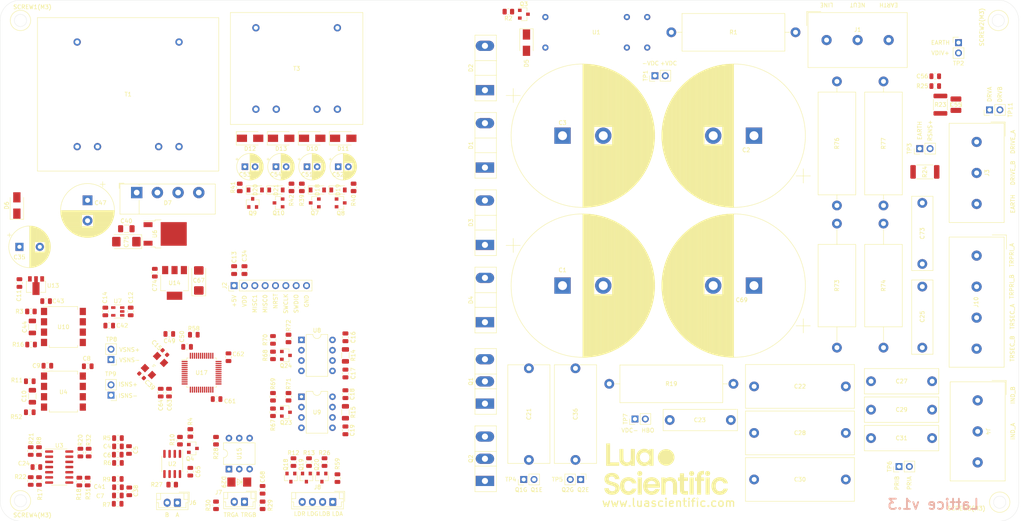
<source format=kicad_pcb>
(kicad_pcb (version 20201002) (generator pcbnew)
  (layers (0 "F.Cu" signal) (31 "B.Cu" signal) (34 "B.Paste" user) (35 "F.Paste" user) (36 "B.SilkS" user "B.Silkscreen") (37 "F.SilkS" user "F.Silkscreen") (38 "B.Mask" user) (39 "F.Mask" user) (44 "Edge.Cuts" user))
  (net 0 "")
  (net 1 "-VDC")
  (net 2 "+VDC")
  (net 3 "GND")
  (net 4 "+5V")
  (net 5 "GND1")
  (net 6 "Net-(C10-Pad1)")
  (net 7 "VEE")
  (net 8 "VCC")
  (net 9 "/GATE1_V+")
  (net 10 "/GATE1_V-")
  (net 11 "/GATE2_V+")
  (net 12 "Net-(C23-Pad2)")
  (net 13 "/GATE1_GND")
  (net 14 "Net-(C22-Pad2)")
  (net 15 "Net-(C51-Pad1)")
  (net 16 "Net-(C52-Pad2)")
  (net 17 "Net-(C53-Pad1)")
  (net 18 "Net-(C54-Pad2)")
  (net 19 "Earth_Protective")
  (net 20 "Net-(D1-Pad1)")
  (net 21 "Net-(D5-Pad2)")
  (net 22 "LINE")
  (net 23 "NEUT")
  (net 24 "Net-(D7-Pad2)")
  (net 25 "Net-(D6-Pad2)")
  (net 26 "Net-(J6-Pad1)")
  (net 27 "Net-(Q3-Pad1)")
  (net 28 "Net-(D10-Pad2)")
  (net 29 "Net-(D12-Pad2)")
  (net 30 "Net-(D18-Pad1)")
  (net 31 "Net-(D19-Pad2)")
  (net 32 "Net-(D20-Pad1)")
  (net 33 "Net-(D21-Pad2)")
  (net 34 "/CONTACTOR_DRV")
  (net 35 "/~HALFBRIDGE_LSIDE")
  (net 36 "/~HALFBRIDGE_HSIDE")
  (net 37 "Net-(Q1-Pad1)")
  (net 38 "Net-(Q2-Pad1)")
  (net 39 "Net-(U3-Pad10)")
  (net 40 "Net-(R18-Pad2)")
  (net 41 "Net-(C25-Pad2)")
  (net 42 "Net-(C25-Pad1)")
  (net 43 "Net-(R17-Pad2)")
  (net 44 "Net-(R14-Pad1)")
  (net 45 "Net-(R15-Pad1)")
  (net 46 "/GATE2_V-")
  (net 47 "Net-(C27-Pad1)")
  (net 48 "Net-(R20-Pad1)")
  (net 49 "VDDA")
  (net 50 "Net-(C15-Pad2)")
  (net 51 "Net-(C39-Pad2)")
  (net 52 "/Mcu/NRST")
  (net 53 "VDD")
  (net 54 "/Mcu/SWDIO")
  (net 55 "/Mcu/SWCLK")
  (net 56 "Net-(J6-Pad2)")
  (net 57 "Net-(D29-Pad2)")
  (net 58 "/LED_BLUE")
  (net 59 "/LED_RED")
  (net 60 "Net-(C73-Pad2)")
  (net 61 "Net-(J8-Pad4)")
  (net 62 "Net-(J8-Pad3)")
  (net 63 "Net-(J8-Pad2)")
  (net 64 "Net-(J8-Pad1)")
  (net 65 "Net-(Q18-Pad1)")
  (net 66 "Net-(Q19-Pad1)")
  (net 67 "Net-(Q20-Pad1)")
  (net 68 "Net-(Q23-Pad3)")
  (net 69 "Net-(Q23-Pad1)")
  (net 70 "Net-(Q24-Pad3)")
  (net 71 "Net-(Q24-Pad1)")
  (net 72 "/LED_GREEN")
  (net 73 "/TRIGOUT")
  (net 74 "/RS485_TX")
  (net 75 "/RS485_DE~RE")
  (net 76 "/RS485_RX")
  (net 77 "Net-(D29-Pad1)")
  (net 78 "Net-(R58-Pad1)")
  (net 79 "/VSENS+")
  (net 80 "/VSENS-")
  (net 81 "/ISENS+")
  (net 82 "Net-(C43-Pad2)")
  (net 83 "/ISENS-")
  (net 84 "Net-(C44-Pad1)")
  (net 85 "/VDIV")
  (net 86 "/RSHUNT")
  (net 87 "Net-(R5-Pad2)")
  (net 88 "/Mcu/MISC1")
  (net 89 "/Mcu/MISC0")
  (net 90 "Net-(R17-Pad1)")
  (net 91 "Net-(R18-Pad1)")
  (net 92 "Net-(R20-Pad2)")
  (net 93 "Net-(U3-Pad12)")
  (net 94 "Net-(U10-Pad6)")
  (net 95 "Net-(U10-Pad7)")
  (net 96 "Net-(R21-Pad1)")
  (net 97 "Net-(Q4-Pad2)")
  (net 98 "Net-(Q4-Pad1)")
  (net 99 "Net-(D7-Pad3)")
  (module "Capacitor_SMD:C_0805_2012Metric" (layer "F.Cu") (at 120.1845 173.863 90)
    (fp_text reference "C65" (at 0 1.905 90) (layer "F.SilkS"))
    (fp_text value "100n")
    (pad "1" smd roundrect (at -0.9375 0 90) (size 0.975 1.4) (layers "F.Cu" "F.Paste" "F.Mask") (net 4 "+5V"))
    (pad "2" smd roundrect (at 0.9375 0 90) (size 0.975 1.4) (layers "F.Cu" "F.Paste" "F.Mask") (net 3 "GND"))
  )
  (module "Resistor_SMD:R_0805_2012Metric" (layer "F.Cu") (at 144.287 155.448 -90)
    (fp_text reference "R71" (at -3.175 0 90) (layer "F.SilkS"))
    (fp_text value "120R")
    (pad "1" smd roundrect (at -0.9125 0 270) (size 1.025 1.4) (layers "F.Cu" "F.Paste" "F.Mask") (roundrect_rratio 0.243902) (net 4 "+5V"))
    (pad "2" smd roundrect (at 0.9125 0 270) (size 1.025 1.4) (layers "F.Cu" "F.Paste" "F.Mask") (roundrect_rratio 0.243902) (net 68 "Net-(Q23-Pad3)"))
  )
  (module "Package_TO_SOT_SMD:SOT-23-5" (layer "F.Cu") (at 102.377 134.493 180)
    (fp_text reference "U7" (at 0 2.54) (layer "F.SilkS"))
    (fp_text value "TLV73333PDBV")
    (pad "1" smd rect (at -1.1 -0.95 180) (size 1.06 0.65) (layers "F.Cu" "F.Paste" "F.Mask") (net 4 "+5V"))
    (pad "2" smd rect (at -1.1 0 180) (size 1.06 0.65) (layers "F.Cu" "F.Paste" "F.Mask") (net 3 "GND"))
    (pad "3" smd rect (at -1.1 0.95 180) (size 1.06 0.65) (layers "F.Cu" "F.Paste" "F.Mask") (net 4 "+5V"))
    (pad "4" smd rect (at 1.1 0.95 180) (size 1.06 0.65) (layers "F.Cu" "F.Paste" "F.Mask"))
    (pad "5" smd rect (at 1.1 -0.95 180) (size 1.06 0.65) (layers "F.Cu" "F.Paste" "F.Mask") (net 49 "VDDA"))
  )
  (module "Package_TO_SOT_SMD:SOT-23" (layer "F.Cu") (at 202.057 61.468)
    (fp_text reference "Q3" (at 0 -2.5) (layer "F.SilkS"))
    (fp_text value "BC817-40")
    (pad "1" smd rect (at -1 -0.95) (size 0.9 0.8) (layers "F.Cu" "F.Paste" "F.Mask") (net 27 "Net-(Q3-Pad1)"))
    (pad "2" smd rect (at -1 0.95) (size 0.9 0.8) (layers "F.Cu" "F.Paste" "F.Mask") (net 3 "GND"))
    (pad "3" smd rect (at 1 0) (size 0.9 0.8) (layers "F.Cu" "F.Paste" "F.Mask") (net 21 "Net-(D5-Pad2)"))
  )
  (module "Capacitor_THT:CP_Radial_D6.3mm_P2.50mm" (layer "F.Cu") (at 133.587 98.933)
    (fp_text reference "C53" (at 0 1.905 180) (layer "F.SilkS"))
    (fp_text value "220u")
    (pad "1" thru_hole rect (at 0 0) (size 1.6 1.6) (drill 0.8) (layers *.Cu *.Mask) (net 17 "Net-(C53-Pad1)"))
    (pad "2" thru_hole circle (at 2.5 0) (size 1.6 1.6) (drill 0.8) (layers *.Cu *.Mask) (net 1 "-VDC"))
  )
  (module "Package_TO_SOT_SMD:SOT-23" (layer "F.Cu") (at 141.842 107.823 180)
    (fp_text reference "Q10" (at 0 -2.5) (layer "F.SilkS"))
    (fp_text value "BC857C")
    (pad "1" smd rect (at -1 -0.95 180) (size 0.9 0.8) (layers "F.Cu" "F.Paste" "F.Mask") (net 33 "Net-(D21-Pad2)"))
    (pad "2" smd rect (at -1 0.95 180) (size 0.9 0.8) (layers "F.Cu" "F.Paste" "F.Mask") (net 18 "Net-(C54-Pad2)"))
    (pad "3" smd rect (at 1 0 180) (size 0.9 0.8) (layers "F.Cu" "F.Paste" "F.Mask") (net 46 "/GATE2_V-"))
  )
  (module "Capacitor_SMD:C_0805_2012Metric" (layer "F.Cu") (at 85.105 147.828 180)
    (fp_text reference "C9" (at 2.713 0) (layer "F.SilkS"))
    (fp_text value "100n")
    (pad "1" smd roundrect (at -0.9375 0 180) (size 0.975 1.4) (layers "F.Cu" "F.Paste" "F.Mask") (net 5 "GND1"))
    (pad "2" smd roundrect (at 0.9375 0 180) (size 0.975 1.4) (layers "F.Cu" "F.Paste" "F.Mask") (net 82 "Net-(C43-Pad2)"))
  )
  (module "Package_TO_SOT_SMD:TO-252-2" (layer "F.Cu") (at 114.012 115.443)
    (fp_text reference "U6" (at -2.54 0 90) (layer "F.SilkS"))
    (fp_text value "L7805")
    (pad "1" smd rect (at -4.2 -2.28) (size 2.2 1.2) (layers "F.Cu" "F.Paste" "F.Mask") (net 8 "VCC"))
    (pad "2" smd rect (at 2.1 0) (size 6.4 5.8) (layers "F.Cu" "F.Mask") (net 3 "GND"))
    (pad "3" smd rect (at -4.2 2.28) (size 2.2 1.2) (layers "F.Cu" "F.Paste" "F.Mask") (net 4 "+5V"))
  )
  (module "Connector_PinHeader_2.54mm:PinHeader_1x02_P2.54mm_Vertical" (layer "F.Cu") (at 100.726 155.067 180)
    (fp_text reference "TP9" (at 0.078 5.207) (layer "F.SilkS"))
    (fp_text value "TestPoint_2Pole")
    (pad "1" thru_hole rect (at 0 0 180) (size 1.7 1.7) (drill 1) (layers *.Cu *.Mask) (net 83 "/ISENS-"))
    (pad "2" thru_hole oval (at 0 2.54 180) (size 1.7 1.7) (drill 1) (layers *.Cu *.Mask) (net 81 "/ISENS+"))
  )
  (module "Resistor_SMD:R_0805_2012Metric" (layer "F.Cu") (at 149.315 171.4975 -90)
    (fp_text reference "R13" (at -2.27 0 180) (layer "F.SilkS"))
    (fp_text value "10k")
    (pad "1" smd roundrect (at -0.9375 0 270) (size 0.975 1.4) (layers "F.Cu" "F.Paste" "F.Mask") (net 72 "/LED_GREEN"))
    (pad "2" smd roundrect (at 0.9375 0 270) (size 0.975 1.4) (layers "F.Cu" "F.Paste" "F.Mask") (net 66 "Net-(Q19-Pad1)"))
  )
  (module "Connector_PinHeader_2.54mm:PinHeader_1x02_P2.54mm_Vertical" (layer "F.Cu") (at 294.132 172.593 90)
    (fp_text reference "TP6" (at 0 -2.33 90) (layer "F.SilkS"))
    (fp_text value "TestPoint_2Pole")
    (pad "1" thru_hole rect (at 0 0 90) (size 1.7 1.7) (drill 1) (layers *.Cu *.Mask) (net 1 "-VDC"))
    (pad "2" thru_hole oval (at 0 2.54 90) (size 1.7 1.7) (drill 1) (layers *.Cu *.Mask) (net 47 "Net-(C27-Pad1)"))
  )
  (module "Capacitor_THT:C_Rect_L18.0mm_W6.0mm_P15.00mm_FKS3_FKP3" (layer "F.Cu") (at 302.26 165.608 180)
    (fp_text reference "C31" (at 7.5 0) (layer "F.SilkS"))
    (fp_text value "10nF 1600VDC ")
    (pad "1" thru_hole circle (at 0 0 180) (size 2.4 2.4) (drill 1.2) (layers *.Cu *.Mask) (net 47 "Net-(C27-Pad1)"))
    (pad "2" thru_hole circle (at 15 0 180) (size 2.4 2.4) (drill 1.2) (layers *.Cu *.Mask) (net 1 "-VDC"))
  )
  (module "Capacitor_SMD:C_1206_3216Metric" (layer "F.Cu") (at 104.487 114.173 180)
    (fp_text reference "C40" (at 0 1.905) (layer "F.SilkS"))
    (fp_text value " 1uF 35v")
    (pad "1" smd roundrect (at -1.4 0 180) (size 1.25 1.75) (layers "F.Cu" "F.Paste" "F.Mask") (roundrect_rratio 0.2) (net 8 "VCC"))
    (pad "2" smd roundrect (at 1.4 0 180) (size 1.25 1.75) (layers "F.Cu" "F.Paste" "F.Mask") (roundrect_rratio 0.2) (net 3 "GND"))
  )
  (module "Resistor_SMD:R_0805_2012Metric" (layer "F.Cu") (at 102.3515 181.737 180)
    (fp_text reference "R7" (at 2.7455 -0.254) (layer "F.SilkS"))
    (fp_text value "33R %1")
    (pad "1" smd roundrect (at -0.9375 0 180) (size 0.975 1.4) (layers "F.Cu" "F.Paste" "F.Mask") (net 81 "/ISENS+"))
    (pad "2" smd roundrect (at 0.9375 0 180) (size 0.975 1.4) (layers "F.Cu" "F.Paste" "F.Mask") (net 91 "Net-(R18-Pad1)"))
  )
  (module "Package_TO_SOT_SMD:SOT-23" (layer "F.Cu") (at 143.652 159.258)
    (fp_text reference "Q23" (at 0.03 2.54) (layer "F.SilkS"))
    (fp_text value "MMBT3904")
    (pad "1" smd rect (at -1 -0.95) (size 0.9 0.8) (layers "F.Cu" "F.Paste" "F.Mask") (net 69 "Net-(Q23-Pad1)"))
    (pad "2" smd rect (at -1 0.95) (size 0.9 0.8) (layers "F.Cu" "F.Paste" "F.Mask") (net 3 "GND"))
    (pad "3" smd rect (at 1 0) (size 0.9 0.8) (layers "F.Cu" "F.Paste" "F.Mask") (net 68 "Net-(Q23-Pad3)"))
  )
  (module "Capacitor_SMD:C_0805_2012Metric" (layer "F.Cu") (at 84.79 131.953 180)
    (fp_text reference "C43" (at -2.982 0) (layer "F.SilkS"))
    (fp_text value "100n")
    (pad "1" smd roundrect (at -0.9375 0 180) (size 0.975 1.4) (layers "F.Cu" "F.Paste" "F.Mask") (net 5 "GND1"))
    (pad "2" smd roundrect (at 0.9375 0 180) (size 0.975 1.4) (layers "F.Cu" "F.Paste" "F.Mask") (net 82 "Net-(C43-Pad2)"))
  )
  (module "Connector_PinHeader_2.54mm:PinHeader_1x02_P2.54mm_Vertical" (layer "F.Cu") (at 299.212 94.488 90)
    (fp_text reference "TP3" (at 0 -2.54 90) (layer "F.SilkS"))
    (fp_text value "TestPoint_2Pole")
    (pad "1" thru_hole rect (at 0 0 90) (size 1.7 1.7) (drill 1) (layers *.Cu *.Mask) (net 19 "Earth_Protective"))
    (pad "2" thru_hole oval (at 0 2.54 90) (size 1.7 1.7) (drill 1) (layers *.Cu *.Mask) (net 86 "/RSHUNT"))
  )
  (module "Capacitor_THT:CP_Radial_D6.3mm_P2.50mm" (layer "F.Cu") (at 148.827 98.933)
    (fp_text reference "C51" (at 0 1.905 180) (layer "F.SilkS"))
    (fp_text value "220u")
    (pad "1" thru_hole rect (at 0 0) (size 1.6 1.6) (drill 0.8) (layers *.Cu *.Mask) (net 15 "Net-(C51-Pad1)"))
    (pad "2" thru_hole circle (at 2.5 0) (size 1.6 1.6) (drill 0.8) (layers *.Cu *.Mask) (net 13 "/GATE1_GND"))
  )
  (module "Resistor_THT:R_Axial_DIN0922_L20.0mm_D9.0mm_P30.48mm_Horizontal" (layer "F.Cu") (at 290.322 112.903 -90)
    (fp_text reference "R74" (at 15.24 0 90) (layer "F.SilkS"))
    (fp_text value "22k 7W")
    (pad "1" thru_hole circle (at 0 0 270) (size 2.4 2.4) (drill 1.2) (layers *.Cu *.Mask) (net 41 "Net-(C25-Pad2)"))
    (pad "2" thru_hole oval (at 30.48 0 270) (size 2.4 2.4) (drill 1.2) (layers *.Cu *.Mask) (net 19 "Earth_Protective"))
  )
  (module "Capacitor_SMD:C_0603_1608Metric" (layer "F.Cu") (at 113.934 144.5895 135)
    (fp_text reference "C15" (at 2.738978 -0.134704 135) (layer "F.SilkS"))
    (fp_text value "18p")
    (pad "1" smd roundrect (at -0.7875 0 135) (size 0.875 0.95) (layers "F.Cu" "F.Paste" "F.Mask") (net 3 "GND"))
    (pad "2" smd roundrect (at 0.7875 0 135) (size 0.875 0.95) (layers "F.Cu" "F.Paste" "F.Mask") (net 50 "Net-(C15-Pad2)"))
  )
  (module "Package_SO:SOIC-14_3.9x8.7mm_P1.27mm" (layer "F.Cu") (at 88.01275 172.72)
    (fp_text reference "U3" (at 0 -5.28) (layer "F.SilkS"))
    (fp_text value "MCP6024")
    (pad "1" smd roundrect (at -2.475 -3.81) (size 1.95 0.6) (layers "F.Cu" "F.Paste" "F.Mask") (net 87 "Net-(R5-Pad2)"))
    (pad "2" smd roundrect (at -2.475 -2.54) (size 1.95 0.6) (layers "F.Cu" "F.Paste" "F.Mask") (net 96 "Net-(R21-Pad1)"))
    (pad "3" smd roundrect (at -2.475 -1.27) (size 1.95 0.6) (layers "F.Cu" "F.Paste" "F.Mask") (net 95 "Net-(U10-Pad7)"))
    (pad "4" smd roundrect (at -2.475 0) (size 1.95 0.6) (layers "F.Cu" "F.Paste" "F.Mask") (net 49 "VDDA"))
    (pad "5" smd roundrect (at -2.475 1.27) (size 1.95 0.6) (layers "F.Cu" "F.Paste" "F.Mask") (net 94 "Net-(U10-Pad6)"))
    (pad "6" smd roundrect (at -2.475 2.54) (size 1.95 0.6) (layers "F.Cu" "F.Paste" "F.Mask") (net 43 "Net-(R17-Pad2)"))
    (pad "7" smd roundrect (at -2.475 3.81) (size 1.95 0.6) (layers "F.Cu" "F.Paste" "F.Mask") (net 90 "Net-(R17-Pad1)"))
    (pad "8" smd roundrect (at 2.475 3.81) (size 1.95 0.6) (layers "F.Cu" "F.Paste" "F.Mask") (net 91 "Net-(R18-Pad1)"))
    (pad "9" smd roundrect (at 2.475 2.54) (size 1.95 0.6) (layers "F.Cu" "F.Paste" "F.Mask") (net 40 "Net-(R18-Pad2)"))
    (pad "10" smd roundrect (at 2.475 1.27) (size 1.95 0.6) (layers "F.Cu" "F.Paste" "F.Mask") (net 39 "Net-(U3-Pad10)"))
    (pad "11" smd roundrect (at 2.475 0) (size 1.95 0.6) (layers "F.Cu" "F.Paste" "F.Mask") (net 3 "GND"))
    (pad "12" smd roundrect (at 2.475 -1.27) (size 1.95 0.6) (layers "F.Cu" "F.Paste" "F.Mask") (net 93 "Net-(U3-Pad12)"))
    (pad "13" smd roundrect (at 2.475 -2.54) (size 1.95 0.6) (layers "F.Cu" "F.Paste" "F.Mask") (net 92 "Net-(R20-Pad2)"))
    (pad "14" smd roundrect (at 2.475 -3.81) (size 1.95 0.6) (layers "F.Cu" "F.Paste" "F.Mask") (net 48 "Net-(R20-Pad1)"))
  )
  (module "Capacitor_THT:C_Rect_L26.5mm_W10.5mm_P22.50mm_MKS4" (layer "F.Cu") (at 258.572 175.768)
    (fp_text reference "C30" (at 11.25 0) (layer "F.SilkS"))
    (fp_text value "22nF 2000VDC")
    (pad "1" thru_hole circle (at 0 0) (size 2.4 2.4) (drill 1.2) (layers *.Cu *.Mask) (net 13 "/GATE1_GND"))
    (pad "2" thru_hole circle (at 22.5 0) (size 2.4 2.4) (drill 1.2) (layers *.Cu *.Mask) (net 14 "Net-(C22-Pad2)"))
  )
  (module "Connector_PinHeader_2.54mm:PinHeader_1x08_P2.54mm_Vertical" (layer "F.Cu") (at 130.937 128.143 90)
    (fp_text reference "J2" (at 0 -2.33 90) (layer "F.SilkS"))
    (fp_text value "Conn_01x08")
    (pad "1" thru_hole rect (at 0 0 90) (size 1.7 1.7) (drill 1) (layers *.Cu *.Mask) (net 4 "+5V"))
    (pad "2" thru_hole oval (at 0 2.54 90) (size 1.7 1.7) (drill 1) (layers *.Cu *.Mask) (net 53 "VDD"))
    (pad "3" thru_hole oval (at 0 5.08 90) (size 1.7 1.7) (drill 1) (layers *.Cu *.Mask) (net 88 "/Mcu/MISC1"))
    (pad "4" thru_hole oval (at 0 7.62 90) (size 1.7 1.7) (drill 1) (layers *.Cu *.Mask) (net 89 "/Mcu/MISC0"))
    (pad "5" thru_hole oval (at 0 10.16 90) (size 1.7 1.7) (drill 1) (layers *.Cu *.Mask) (net 52 "/Mcu/NRST"))
    (pad "6" thru_hole oval (at 0 12.7 90) (size 1.7 1.7) (drill 1) (layers *.Cu *.Mask) (net 55 "/Mcu/SWCLK"))
    (pad "7" thru_hole oval (at 0 15.24 90) (size 1.7 1.7) (drill 1) (layers *.Cu *.Mask) (net 54 "/Mcu/SWDIO"))
    (pad "8" thru_hole oval (at 0 17.78 90) (size 1.7 1.7) (drill 1) (layers *.Cu *.Mask) (net 3 "GND"))
  )
  (module "Connector_JST:JST_EH_B2B-EH-A_1x02_P2.50mm_Vertical" (layer "F.Cu") (at 133.477 181.2625 180)
    (fp_text reference "J7" (at 6.35 2.3195) (layer "F.SilkS"))
    (fp_text value "DS1069-02MVW6X")
    (pad "1" thru_hole roundrect (at 0 0 180) (size 1.7 2) (drill 1) (layers *.Cu *.Mask) (roundrect_rratio 0.1470588235294118) (net 77 "Net-(D29-Pad1)"))
    (pad "2" thru_hole oval (at 2.5 0 180) (size 1.7 2) (drill 1) (layers *.Cu *.Mask) (net 57 "Net-(D29-Pad2)"))
  )
  (module "Package_SO:SOIC-8_3.9x4.9mm_P1.27mm" (layer "F.Cu") (at 115.7395 171.958 -90)
    (fp_text reference "U2" (at 0 0 180) (layer "F.SilkS"))
    (fp_text value "ADM485")
    (pad "1" smd roundrect (at -2.475 -1.905 270) (size 1.95 0.6) (layers "F.Cu" "F.Paste" "F.Mask") (net 97 "Net-(Q4-Pad2)"))
    (pad "2" smd roundrect (at -2.475 -0.635 270) (size 1.95 0.6) (layers "F.Cu" "F.Paste" "F.Mask") (net 75 "/RS485_DE~RE"))
    (pad "3" smd roundrect (at -2.475 0.635 270) (size 1.95 0.6) (layers "F.Cu" "F.Paste" "F.Mask") (net 75 "/RS485_DE~RE"))
    (pad "4" smd roundrect (at -2.475 1.905 270) (size 1.95 0.6) (layers "F.Cu" "F.Paste" "F.Mask") (net 74 "/RS485_TX"))
    (pad "5" smd roundrect (at 2.475 1.905 270) (size 1.95 0.6) (layers "F.Cu" "F.Paste" "F.Mask") (net 3 "GND"))
    (pad "6" smd roundrect (at 2.475 0.635 270) (size 1.95 0.6) (layers "F.Cu" "F.Paste" "F.Mask") (net 56 "Net-(J6-Pad2)"))
    (pad "7" smd roundrect (at 2.475 -0.635 270) (size 1.95 0.6) (layers "F.Cu" "F.Paste" "F.Mask") (net 26 "Net-(J6-Pad1)"))
    (pad "8" smd roundrect (at 2.475 -1.905 270) (size 1.95 0.6) (layers "F.Cu" "F.Paste" "F.Mask") (net 4 "+5V"))
  )
  (module "Connector_PinHeader_2.54mm:PinHeader_1x02_P2.54mm_Vertical" (layer "F.Cu") (at 234.222 76.581 90)
    (fp_text reference "TP1" (at 0 -2.33 90) (layer "F.SilkS"))
    (fp_text value "TestPoint_2Pole")
    (pad "1" thru_hole rect (at 0 0 90) (size 1.7 1.7) (drill 1) (layers *.Cu *.Mask) (net 1 "-VDC"))
    (pad "2" thru_hole oval (at 0 2.54 90) (size 1.7 1.7) (drill 1) (layers *.Cu *.Mask) (net 2 "+VDC"))
  )
  (module "Capacitor_SMD:C_0805_2012Metric" (layer "F.Cu") (at 102.429 177.673 180)
    (fp_text reference "C41" (at 4.497 0.127) (layer "F.SilkS"))
    (fp_text value "1n %5")
    (pad "1" smd roundrect (at -0.9375 0 180) (size 0.975 1.4) (layers "F.Cu" "F.Paste" "F.Mask") (net 83 "/ISENS-"))
    (pad "2" smd roundrect (at 0.9375 0 180) (size 0.975 1.4) (layers "F.Cu" "F.Paste" "F.Mask") (net 3 "GND"))
  )
  (module "Resistor_SMD:R_0805_2012Metric" (layer "F.Cu") (at 137.922 182.118 -90)
    (fp_text reference "R29" (at 0 -1.905 -90) (layer "F.SilkS"))
    (fp_text value "220R")
    (pad "1" smd roundrect (at -0.9125 0 270) (size 1.025 1.4) (layers "F.Cu" "F.Paste" "F.Mask") (roundrect_rratio 0.243902) (net 4 "+5V"))
    (pad "2" smd roundrect (at 0.9125 0 270) (size 1.025 1.4) (layers "F.Cu" "F.Paste" "F.Mask") (roundrect_rratio 0.243902) (net 77 "Net-(D29-Pad1)"))
  )
  (module "Diode_SMD:D_SOD-123" (layer "F.Cu") (at 151.367 104.648)
    (fp_text reference "D18" (at 0 0 270) (layer "F.SilkS"))
    (fp_text value "15v")
    (pad "1" smd rect (at -1.65 0) (size 0.9 1.2) (layers "F.Cu" "F.Paste" "F.Mask") (net 30 "Net-(D18-Pad1)"))
    (pad "2" smd rect (at 1.65 0) (size 0.9 1.2) (layers "F.Cu" "F.Paste" "F.Mask") (net 13 "/GATE1_GND"))
  )
  (module "Connector_PinHeader_2.54mm:PinHeader_1x02_P2.54mm_Vertical" (layer "F.Cu") (at 229.322 160.909 90)
    (fp_text reference "TP7" (at 0 -2.33 90) (layer "F.SilkS"))
    (fp_text value "TestPoint_2Pole")
    (pad "1" thru_hole rect (at 0 0 90) (size 1.7 1.7) (drill 1) (layers *.Cu *.Mask) (net 1 "-VDC"))
    (pad "2" thru_hole oval (at 0 2.54 90) (size 1.7 1.7) (drill 1) (layers *.Cu *.Mask) (net 13 "/GATE1_GND"))
  )
  (module "oe_capacitor:CP_Radial_D35.0mm_P10.00mm_SnapIn" (layer "F.Cu") (at 258.532 91.313 180)
    (fp_text reference "C2" (at 1.905 -3.527) (layer "F.SilkS"))
    (fp_text value "470u 400v")
    (pad "1" thru_hole rect (at 0 0 180) (size 4 4) (drill 2.2) (layers *.Cu *.Mask) (net 2 "+VDC"))
    (pad "2" thru_hole circle (at 10 0 180) (size 4 4) (drill 2.2) (layers *.Cu *.Mask) (net 1 "-VDC"))
  )
  (module "Capacitor_THT:CP_Radial_D10.0mm_P5.00mm" (layer "F.Cu") (at 78.247 118.618)
    (fp_text reference "C35" (at 0 2.54) (layer "F.SilkS"))
    (fp_text value "1000u 25v")
    (pad "1" thru_hole rect (at 0 0) (size 2 2) (drill 1) (layers *.Cu *.Mask) (net 7 "VEE"))
    (pad "2" thru_hole circle (at 5 0) (size 2 2) (drill 1) (layers *.Cu *.Mask) (net 5 "GND1"))
  )
  (module "Capacitor_SMD:C_0805_2012Metric" (layer "F.Cu") (at 130.937 124.333 90)
    (fp_text reference "C13" (at 3.175 0 90) (layer "F.SilkS"))
    (fp_text value "100n")
    (pad "1" smd roundrect (at -0.95 0 90) (size 1 1.45) (layers "F.Cu" "F.Paste" "F.Mask") (net 4 "+5V"))
    (pad "2" smd roundrect (at 0.95 0 90) (size 1 1.45) (layers "F.Cu" "F.Paste" "F.Mask") (net 3 "GND"))
  )
  (module "Resistor_THT:R_Axial_Power_L25.0mm_W9.0mm_P30.48mm" (layer "F.Cu") (at 238.252 65.913)
    (fp_text reference "R1" (at 15.24 0) (layer "F.SilkS"))
    (fp_text value "100R 5W")
    (pad "1" thru_hole circle (at 0 0) (size 2.4 2.4) (drill 1.2) (layers *.Cu *.Mask) (net 20 "Net-(D1-Pad1)"))
    (pad "2" thru_hole oval (at 30.48 0) (size 2.4 2.4) (drill 1.2) (layers *.Cu *.Mask) (net 2 "+VDC"))
  )
  (module "Capacitor_SMD:C_0805_2012Metric" (layer "F.Cu") (at 115.0285 140.0175 180)
    (fp_text reference "C49" (at -0.0485 -1.7145) (layer "F.SilkS"))
    (fp_text value "100n")
    (pad "1" smd roundrect (at -0.9375 0 180) (size 0.975 1.4) (layers "F.Cu" "F.Paste" "F.Mask") (net 52 "/Mcu/NRST"))
    (pad "2" smd roundrect (at 0.9375 0 180) (size 0.975 1.4) (layers "F.Cu" "F.Paste" "F.Mask") (net 3 "GND"))
  )
  (module "Package_TO_SOT_SMD:SOT-23" (layer "F.Cu") (at 152.49 175.3075 -90)
    (fp_text reference "Q20" (at -3.175 1.27 90) (layer "F.SilkS"))
    (fp_text value "MMBT3904")
    (pad "1" smd rect (at -1 -0.95 270) (size 0.9 0.8) (layers "F.Cu" "F.Paste" "F.Mask") (net 67 "Net-(Q20-Pad1)"))
    (pad "2" smd rect (at -1 0.95 270) (size 0.9 0.8) (layers "F.Cu" "F.Paste" "F.Mask") (net 3 "GND"))
    (pad "3" smd rect (at 1 0 270) (size 0.9 0.8) (layers "F.Cu" "F.Paste" "F.Mask") (net 63 "Net-(J8-Pad2)"))
  )
  (module "Resistor_SMD:R_1206_3216Metric" (layer "F.Cu") (at 158.257 159.258 -90)
    (fp_text reference "R15" (at 0 -1.905 90) (layer "F.SilkS"))
    (fp_text value "8.2R")
    (pad "1" smd roundrect (at -1.4625 0 270) (size 1.125 1.75) (layers "F.Cu" "F.Paste" "F.Mask") (roundrect_rratio 0.222222) (net 45 "Net-(R15-Pad1)"))
    (pad "2" smd roundrect (at 1.4625 0 270) (size 1.125 1.75) (layers "F.Cu" "F.Paste" "F.Mask") (roundrect_rratio 0.222222) (net 38 "Net-(Q2-Pad1)"))
  )
  (module "Resistor_THT:R_Axial_Power_L25.0mm_W9.0mm_P30.48mm" (layer "F.Cu") (at 253.492 152.273 180)
    (fp_text reference "R19" (at 15.24 0) (layer "F.SilkS"))
    (fp_text value "22R 5W")
    (pad "1" thru_hole circle (at 0 0 180) (size 2.4 2.4) (drill 1.2) (layers *.Cu *.Mask) (net 12 "Net-(C23-Pad2)"))
    (pad "2" thru_hole oval (at 30.48 0 180) (size 2.4 2.4) (drill 1.2) (layers *.Cu *.Mask) (net 1 "-VDC"))
  )
  (module "Resistor_SMD:R_0805_2012Metric" (layer "F.Cu") (at 144.287 141.1205 -90)
    (fp_text reference "R72" (at -3.175 0 90) (layer "F.SilkS"))
    (fp_text value "120R")
    (pad "1" smd roundrect (at -0.9125 0 270) (size 1.025 1.4) (layers "F.Cu" "F.Paste" "F.Mask") (roundrect_rratio 0.243902) (net 4 "+5V"))
    (pad "2" smd roundrect (at 0.9125 0 270) (size 1.025 1.4) (layers "F.Cu" "F.Paste" "F.Mask") (roundrect_rratio 0.243902) (net 70 "Net-(Q24-Pad3)"))
  )
  (module "Package_DIP:DIP-8_W7.62mm" (layer "F.Cu") (at 147.462 155.448)
    (fp_text reference "U9" (at 3.81 3.81) (layer "F.SilkS"))
    (fp_text value "HCPL-3120")
    (pad "1" thru_hole rect (at 0 0) (size 1.6 1.6) (drill 0.8) (layers *.Cu *.Mask))
    (pad "2" thru_hole oval (at 0 2.54) (size 1.6 1.6) (drill 0.8) (layers *.Cu *.Mask) (net 68 "Net-(Q23-Pad3)"))
    (pad "3" thru_hole oval (at 0 5.08) (size 1.6 1.6) (drill 0.8) (layers *.Cu *.Mask) (net 3 "GND"))
    (pad "4" thru_hole oval (at 0 7.62) (size 1.6 1.6) (drill 0.8) (layers *.Cu *.Mask))
    (pad "5" thru_hole oval (at 7.62 7.62) (size 1.6 1.6) (drill 0.8) (layers *.Cu *.Mask) (net 46 "/GATE2_V-"))
    (pad "6" thru_hole oval (at 7.62 5.08) (size 1.6 1.6) (drill 0.8) (layers *.Cu *.Mask) (net 45 "Net-(R15-Pad1)"))
    (pad "7" thru_hole oval (at 7.62 2.54) (size 1.6 1.6) (drill 0.8) (layers *.Cu *.Mask) (net 45 "Net-(R15-Pad1)"))
    (pad "8" thru_hole oval (at 7.62 0) (size 1.6 1.6) (drill 0.8) (layers *.Cu *.Mask) (net 11 "/GATE2_V+"))
  )
  (module "Resistor_SMD:R_0805_2012Metric" (layer "F.Cu") (at 102.4255 165.608 180)
    (fp_text reference "R5" (at 2.7455 0) (layer "F.SilkS"))
    (fp_text value "33R %1")
    (pad "1" smd roundrect (at -0.9375 0 180) (size 0.975 1.4) (layers "F.Cu" "F.Paste" "F.Mask") (net 79 "/VSENS+"))
    (pad "2" smd roundrect (at 0.9375 0 180) (size 0.975 1.4) (layers "F.Cu" "F.Paste" "F.Mask") (net 87 "Net-(R5-Pad2)"))
  )
  (module "Resistor_SMD:R_0805_2012Metric" (layer "F.Cu") (at 160.257 104.013 90)
    (fp_text reference "R40" (at -3.175 0 90) (layer "F.SilkS"))
    (fp_text value "1k")
    (pad "1" smd roundrect (at -0.9125 0 90) (size 1.025 1.4) (layers "F.Cu" "F.Paste" "F.Mask") (roundrect_rratio 0.243902) (net 31 "Net-(D19-Pad2)"))
    (pad "2" smd roundrect (at 0.9125 0 90) (size 1.025 1.4) (layers "F.Cu" "F.Paste" "F.Mask") (roundrect_rratio 0.243902) (net 16 "Net-(C52-Pad2)"))
  )
  (module "Capacitor_SMD:C_0805_2012Metric" (layer "F.Cu") (at 99.329 134.493 -90)
    (fp_text reference "C14" (at -3.4075 0.108 90) (layer "F.SilkS"))
    (fp_text value "1u ")
    (pad "1" smd roundrect (at -0.9375 0 270) (size 0.975 1.4) (layers "F.Cu" "F.Paste" "F.Mask") (net 3 "GND"))
    (pad "2" smd roundrect (at 0.9375 0 270) (size 0.975 1.4) (layers "F.Cu" "F.Paste" "F.Mask") (net 49 "VDDA"))
  )
  (module "Package_SO:SSO-8_6.7x9.8mm_P2.54mm_Clearance8mm" (layer "F.Cu") (at 89.042 138.303)
    (fp_text reference "U10" (at 0 0) (layer "F.SilkS"))
    (fp_text value "ACPL-7900")
    (pad "1" smd rect (at -4.76 -3.81) (size 1.52 1.78) (layers "F.Cu" "F.Paste" "F.Mask") (net 82 "Net-(C43-Pad2)"))
    (pad "2" smd rect (at -4.76 -1.27) (size 1.52 1.75) (layers "F.Cu" "F.Paste" "F.Mask") (net 84 "Net-(C44-Pad1)"))
    (pad "3" smd rect (at -4.76 1.27) (size 1.52 1.78) (layers "F.Cu" "F.Paste" "F.Mask") (net 5 "GND1"))
    (pad "4" smd rect (at -4.76 3.81) (size 1.52 1.78) (layers "F.Cu" "F.Paste" "F.Mask") (net 5 "GND1"))
    (pad "5" smd rect (at 4.76 3.81) (size 1.52 1.78) (layers "F.Cu" "F.Paste" "F.Mask") (net 3 "GND"))
    (pad "6" smd rect (at 4.76 1.27) (size 1.52 1.78) (layers "F.Cu" "F.Paste" "F.Mask") (net 94 "Net-(U10-Pad6)"))
    (pad "7" smd rect (at 4.76 -1.27) (size 1.52 1.78) (layers "F.Cu" "F.Paste" "F.Mask") (net 95 "Net-(U10-Pad7)"))
    (pad "8" smd rect (at 4.76 -3.81) (size 1.52 1.78) (layers "F.Cu" "F.Paste" "F.Mask") (net 49 "VDDA"))
  )
  (module "Resistor_SMD:R_0805_2012Metric" (layer "F.Cu") (at 81.01175 168.783 90)
    (fp_text reference "R21" (at 3.048 0.127 90) (layer "F.SilkS"))
    (fp_text value "3.3k %0.1")
    (pad "1" smd roundrect (at -0.9375 0 90) (size 0.975 1.4) (layers "F.Cu" "F.Paste" "F.Mask") (net 96 "Net-(R21-Pad1)"))
    (pad "2" smd roundrect (at 0.9375 0 90) (size 0.975 1.4) (layers "F.Cu" "F.Paste" "F.Mask") (net 3 "GND"))
  )
  (module "Connector_JST:JST_EH_B4B-EH-A_1x04_P2.50mm_Vertical" (layer "F.Cu") (at 155.157 181.2925 180)
    (fp_text reference "J8" (at 3.75 3.6195 180) (layer "F.SilkS"))
    (fp_text value "DS1069-04MVW6X")
    (pad "1" thru_hole roundrect (at 0 0 180) (size 1.7 1.95) (drill 0.95) (layers *.Cu *.Mask) (roundrect_rratio 0.1470588235294118) (net 64 "Net-(J8-Pad1)"))
    (pad "2" thru_hole oval (at 2.5 0 180) (size 1.7 1.95) (drill 0.95) (layers *.Cu *.Mask) (net 63 "Net-(J8-Pad2)"))
    (pad "3" thru_hole oval (at 5 0 180) (size 1.7 1.95) (drill 0.95) (layers *.Cu *.Mask) (net 62 "Net-(J8-Pad3)"))
    (pad "4" thru_hole oval (at 7.5 0 180) (size 1.7 1.95) (drill 0.95) (layers *.Cu *.Mask) (net 61 "Net-(J8-Pad4)"))
  )
  (module "Capacitor_SMD:C_0805_2012Metric" (layer "F.Cu") (at 102.4 179.705)
    (fp_text reference "C7" (at -4.341 0.127) (layer "F.SilkS"))
    (fp_text value "1n %5")
    (pad "1" smd roundrect (at -0.9375 0) (size 0.975 1.4) (layers "F.Cu" "F.Paste" "F.Mask") (net 3 "GND"))
    (pad "2" smd roundrect (at 0.9375 0) (size 0.975 1.4) (layers "F.Cu" "F.Paste" "F.Mask") (net 81 "/ISENS+"))
  )
  (module "Package_TO_SOT_SMD:SOT-223-3_TabPin2" (layer "F.Cu") (at 116.312 127.483 -90)
    (fp_text reference "U14" (at 0 0 180) (layer "F.SilkS"))
    (fp_text value "TLV1117-33")
    (pad "1" smd rect (at -3.15 -2.3 270) (size 2 1.5) (layers "F.Cu" "F.Paste" "F.Mask") (net 3 "GND"))
    (pad "2" smd rect (at -3.15 0 270) (size 2 1.5) (layers "F.Cu" "F.Paste" "F.Mask") (net 53 "VDD"))
    (pad "2" smd rect (at 3.15 0 270) (size 2 3.8) (layers "F.Cu" "F.Paste" "F.Mask") (net 53 "VDD"))
    (pad "3" smd rect (at -3.15 2.3 270) (size 2 1.5) (layers "F.Cu" "F.Paste" "F.Mask") (net 4 "+5V"))
  )
  (module "Diode_SMD:D_SOD-123" (layer "F.Cu") (at 156.447 104.648)
    (fp_text reference "D19" (at 0 0 90) (layer "F.SilkS"))
    (fp_text value "15v")
    (pad "1" smd rect (at -1.65 0) (size 0.9 1.2) (layers "F.Cu" "F.Paste" "F.Mask") (net 13 "/GATE1_GND"))
    (pad "2" smd rect (at 1.65 0) (size 0.9 1.2) (layers "F.Cu" "F.Paste" "F.Mask") (net 31 "Net-(D19-Pad2)"))
  )
  (module "Package_TO_SOT_SMD:SOT-23" (layer "F.Cu") (at 144.87 175.3075 -90)
    (fp_text reference "Q18" (at -3.175 1.27 90) (layer "F.SilkS"))
    (fp_text value "MMBT3904")
    (pad "1" smd rect (at -1 -0.95 270) (size 0.9 0.8) (layers "F.Cu" "F.Paste" "F.Mask") (net 65 "Net-(Q18-Pad1)"))
    (pad "2" smd rect (at -1 0.95 270) (size 0.9 0.8) (layers "F.Cu" "F.Paste" "F.Mask") (net 3 "GND"))
    (pad "3" smd rect (at 1 0 270) (size 0.9 0.8) (layers "F.Cu" "F.Paste" "F.Mask") (net 61 "Net-(J8-Pad4)"))
  )
  (module "Capacitor_THT:C_Rect_L24.0mm_W10.1mm_P22.50mm_MKT" (layer "F.Cu") (at 203.287 148.463 -90)
    (fp_text reference "C21" (at 11.25 0 -270) (layer "F.SilkS"))
    (fp_text value "820n 400VDC")
    (pad "1" thru_hole circle (at 0 0 270) (size 2.4 2.4) (drill 1.2) (layers *.Cu *.Mask) (net 1 "-VDC"))
    (pad "2" thru_hole circle (at 22.5 0 270) (size 2.4 2.4) (drill 1.2) (layers *.Cu *.Mask) (net 2 "+VDC"))
  )
  (module "Connector_JST:JST_EH_B2B-EH-A_1x02_P2.50mm_Vertical" (layer "F.Cu") (at 117.0095 181.483 180)
    (fp_text reference "J6" (at -3.81 0) (layer "F.SilkS"))
    (fp_text value "DS1069-02MVW6X")
    (pad "1" thru_hole roundrect (at 0 0 180) (size 1.7 2) (drill 1) (layers *.Cu *.Mask) (roundrect_rratio 0.147059) (net 26 "Net-(J6-Pad1)"))
    (pad "2" thru_hole oval (at 2.5 0 180) (size 1.7 2) (drill 1) (layers *.Cu *.Mask) (net 56 "Net-(J6-Pad2)"))
  )
  (module "Diode_SMD:D_SOD-123" (layer "F.Cu") (at 136.127 104.648)
    (fp_text reference "D20" (at 0 0 270) (layer "F.SilkS"))
    (fp_text value "15v")
    (pad "1" smd rect (at -1.65 0) (size 0.9 1.2) (layers "F.Cu" "F.Paste" "F.Mask") (net 32 "Net-(D20-Pad1)"))
    (pad "2" smd rect (at 1.65 0) (size 0.9 1.2) (layers "F.Cu" "F.Paste" "F.Mask") (net 1 "-VDC"))
  )
  (module "Capacitor_SMD:C_0805_2012Metric" (layer "F.Cu") (at 137.922 178.308 -90)
    (fp_text reference "C68" (at -3.175 0 90) (layer "F.SilkS"))
    (fp_text value "100n")
    (pad "1" smd roundrect (at -0.9375 0 270) (size 0.975 1.4) (layers "F.Cu" "F.Paste" "F.Mask") (net 3 "GND"))
    (pad "2" smd roundrect (at 0.9375 0 270) (size 0.975 1.4) (layers "F.Cu" "F.Paste" "F.Mask") (net 4 "+5V"))
  )
  (module "oe_logos:lua_30_3x12_7mm" (layer "F.Cu") (at 236.982 173.228)
    (fp_text reference "G***" hide)
    (fp_text value "LOGO" hide)
  )
  (module "Resistor_SMD:R_0805_2012Metric" (layer "F.Cu") (at 140.477 145.288 -90)
    (fp_text reference "R68" (at 0 1.905 90) (layer "F.SilkS"))
    (fp_text value "1k")
    (pad "1" smd roundrect (at -0.9125 0 270) (size 1.025 1.4) (layers "F.Cu" "F.Paste" "F.Mask") (roundrect_rratio 0.243902) (net 36 "/~HALFBRIDGE_HSIDE"))
    (pad "2" smd roundrect (at 0.9125 0 270) (size 1.025 1.4) (layers "F.Cu" "F.Paste" "F.Mask") (roundrect_rratio 0.243902) (net 71 "Net-(Q24-Pad1)"))
  )
  (module "oe_connector:DG25C-B-04P-13-00AH" (layer "F.Cu") (at 313.182 132.207 -90)
    (fp_text reference "J10" (at 0 0.127 90 unlocked) (layer "F.SilkS"))
    (fp_text value "DG25C-B-04P-13-00AH")
    (pad "1" thru_hole circle (at -11.43 0 270) (size 2.5 2.5) (drill 1.2) (layers *.Cu *.Mask) (net 1 "-VDC"))
    (pad "2" thru_hole circle (at -3.81 0 270) (size 2.5 2.5) (drill 1.2) (layers *.Cu *.Mask) (net 47 "Net-(C27-Pad1)"))
    (pad "3" thru_hole circle (at 3.81 0 270) (size 2.5 2.5) (drill 1.2) (layers *.Cu *.Mask) (net 19 "Earth_Protective"))
    (pad "4" thru_hole circle (at 11.43 0 270) (size 2.5 2.5) (drill 1.2) (layers *.Cu *.Mask) (net 42 "Net-(C25-Pad1)"))
  )
  (module "Package_DIP:DIP-6_W7.62mm" (layer "F.Cu") (at 129.667 173.228 90)
    (fp_text reference "U15" (at 3.78 2.54 90) (layer "F.SilkS"))
    (fp_text value "4N25")
    (pad "1" thru_hole rect (at 0 0 90) (size 1.6 1.6) (drill 0.8) (layers *.Cu *.Mask) (net 77 "Net-(D29-Pad1)"))
    (pad "2" thru_hole oval (at 0 2.54 90) (size 1.6 1.6) (drill 0.8) (layers *.Cu *.Mask) (net 57 "Net-(D29-Pad2)"))
    (pad "3" thru_hole oval (at 0 5.08 90) (size 1.6 1.6) (drill 0.8) (layers *.Cu *.Mask))
    (pad "4" thru_hole oval (at 7.62 5.08 90) (size 1.6 1.6) (drill 0.8) (layers *.Cu *.Mask) (net 3 "GND"))
    (pad "5" thru_hole oval (at 7.62 2.54 90) (size 1.6 1.6) (drill 0.8) (layers *.Cu *.Mask) (net 73 "/TRIGOUT"))
    (pad "6" thru_hole oval (at 7.62 0 90) (size 1.6 1.6) (drill 0.8) (layers *.Cu *.Mask))
  )
  (module "Diode_SMD:D_SOD-123" (layer "F.Cu") (at 141.207 104.648)
    (fp_text reference "D21" (at 0 0 90) (layer "F.SilkS"))
    (fp_text value "15v")
    (pad "1" smd rect (at -1.65 0) (size 0.9 1.2) (layers "F.Cu" "F.Paste" "F.Mask") (net 1 "-VDC"))
    (pad "2" smd rect (at 1.65 0) (size 0.9 1.2) (layers "F.Cu" "F.Paste" "F.Mask") (net 33 "Net-(D21-Pad2)"))
  )
  (module "Resistor_SMD:R_1206_3216Metric" (layer "F.Cu") (at 158.257 145.288 90)
    (fp_text reference "R14" (at 0 1.905 90) (layer "F.SilkS"))
    (fp_text value "8.2R")
    (pad "1" smd roundrect (at -1.4625 0 90) (size 1.125 1.75) (layers "F.Cu" "F.Paste" "F.Mask") (roundrect_rratio 0.222222) (net 44 "Net-(R14-Pad1)"))
    (pad "2" smd roundrect (at 1.4625 0 90) (size 1.125 1.75) (layers "F.Cu" "F.Paste" "F.Mask") (roundrect_rratio 0.222222) (net 37 "Net-(Q1-Pad1)"))
  )
  (module "Capacitor_THT:CP_Radial_D13.0mm_P5.00mm" (layer "F.Cu") (at 94.962 107.188 -90)
    (fp_text reference "C47" (at 0.635 -3.175) (layer "F.SilkS"))
    (fp_text value "2200u 25v")
    (pad "1" thru_hole rect (at 0 0 270) (size 2.4 2.4) (drill 1.2) (layers *.Cu *.Mask) (net 8 "VCC"))
    (pad "2" thru_hole circle (at 5 0 270) (size 2.4 2.4) (drill 1.2) (layers *.Cu *.Mask) (net 3 "GND"))
  )
  (module "Connector_PinHeader_2.54mm:PinHeader_1x02_P2.54mm_Vertical" (layer "F.Cu") (at 215.987 175.768 -90)
    (fp_text reference "TP5" (at 0 5.715 180) (layer "F.SilkS"))
    (fp_text value "TestPoint_2Pole")
    (pad "1" thru_hole rect (at 0 0 270) (size 1.7 1.7) (drill 1) (layers *.Cu *.Mask) (net 1 "-VDC"))
    (pad "2" thru_hole oval (at 0 2.54 270) (size 1.7 1.7) (drill 1) (layers *.Cu *.Mask) (net 38 "Net-(Q2-Pad1)"))
  )
  (module "Resistor_SMD:R_0805_2012Metric" (layer "F.Cu") (at 115.7395 177.038 180)
    (fp_text reference "R27" (at 3.81 0) (layer "F.SilkS"))
    (fp_text value "120R")
    (pad "1" smd roundrect (at -0.9125 0 180) (size 1.025 1.4) (layers "F.Cu" "F.Paste" "F.Mask") (roundrect_rratio 0.243902) (net 26 "Net-(J6-Pad1)"))
    (pad "2" smd roundrect (at 0.9125 0 180) (size 1.025 1.4) (layers "F.Cu" "F.Paste" "F.Mask") (roundrect_rratio 0.243902) (net 56 "Net-(J6-Pad2)"))
  )
  (module "Capacitor_SMD:C_0805_2012Metric" (layer "F.Cu") (at 303.022 76.708 180)
    (fp_text reference "C56" (at 3.175 0) (layer "F.SilkS"))
    (fp_text value "680n")
    (pad "1" smd roundrect (at -0.9375 0 180) (size 0.975 1.4) (layers "F.Cu" "F.Paste" "F.Mask") (net 85 "/VDIV"))
    (pad "2" smd roundrect (at 0.9375 0 180) (size 0.975 1.4) (layers "F.Cu" "F.Paste" "F.Mask") (net 19 "Earth_Protective"))
  )
  (module "Package_TO_SOT_THT:TO-247-2_Vertical" (layer "F.Cu") (at 192.5 99.133 90)
    (fp_text reference "D1" (at 5.45 -3.45 90) (layer "F.SilkS"))
    (fp_text value "DSEI60-06A")
    (pad "1" thru_hole rect (at 0 0 90) (size 2.5 4.5) (drill 1.5) (layers *.Cu *.Mask) (net 20 "Net-(D1-Pad1)"))
    (pad "2" thru_hole oval (at 10.9 0 90) (size 2.5 4.5) (drill 1.5) (layers *.Cu *.Mask) (net 22 "LINE"))
  )
  (module "oe_connector:DG25C-B-03P-13-00AH" (layer "F.Cu") (at 313.436 163.957 -90)
    (fp_text reference "J4" (at 0 -2.54 -90 unlocked) (layer "F.SilkS"))
    (fp_text value "DG25C-B-03P-13-00AH")
    (pad "1" thru_hole circle (at -7.62 0 270) (size 2.5 2.5) (drill 1.2) (layers *.Cu *.Mask) (net 14 "Net-(C22-Pad2)"))
    (pad "2" thru_hole circle (at 0 0 270) (size 2.5 2.5) (drill 1.2) (layers *.Cu *.Mask) (net 47 "Net-(C27-Pad1)"))
    (pad "3" thru_hole circle (at 7.62 0 270) (size 2.5 2.5) (drill 1.2) (layers *.Cu *.Mask))
  )
  (module "oe_diode:DO214AC_SMA" (layer "F.Cu") (at 132.207 176.403 180)
    (fp_text reference "D29" (at 3.81 0 270 unlocked) (layer "F.SilkS"))
    (fp_text value "SMAJ6R0CA-HT")
    (pad "1" smd rect (at -1.9325 0 180) (size 2 2.25) (layers "F.Cu" "F.Paste" "F.Mask") (net 77 "Net-(D29-Pad1)"))
    (pad "2" smd rect (at 1.9325 0 180) (size 2 2.25) (layers "F.Cu" "F.Paste" "F.Mask") (net 57 "Net-(D29-Pad2)"))
  )
  (module "Capacitor_THT:C_Rect_L26.5mm_W10.5mm_P22.50mm_MKS4" (layer "F.Cu") (at 258.572 152.908)
    (fp_text reference "C22" (at 11.25 0) (layer "F.SilkS"))
    (fp_text value "22nF 2000VDC")
    (pad "1" thru_hole circle (at 0 0) (size 2.4 2.4) (drill 1.2) (layers *.Cu *.Mask) (net 13 "/GATE1_GND"))
    (pad "2" thru_hole circle (at 22.5 0) (size 2.4 2.4) (drill 1.2) (layers *.Cu *.Mask) (net 14 "Net-(C22-Pad2)"))
  )
  (module "Resistor_SMD:R_0805_2012Metric" (layer "F.Cu") (at 120.1845 164.338 90)
    (fp_text reference "R4" (at 2.8175 0 90) (layer "F.SilkS"))
    (fp_text value "4.7k")
    (pad "1" smd roundrect (at -0.9125 0 90) (size 1.025 1.4) (layers "F.Cu" "F.Paste" "F.Mask") (roundrect_rratio 0.243902) (net 76 "/RS485_RX"))
    (pad "2" smd roundrect (at 0.9125 0 90) (size 1.025 1.4) (layers "F.Cu" "F.Paste" "F.Mask") (roundrect_rratio 0.243902) (net 53 "VDD"))
  )
  (module "oe_transformer:ASL151212" (layer "F.Cu") (at 104.917 81.153)
    (fp_text reference "T1" (at 0 0 unlocked) (layer "F.SilkS"))
    (fp_text value "ASL151212")
    (pad "1" thru_hole circle (at -12.5 -12.85) (size 1.8 1.8) (drill 1) (layers *.Cu *.Mask) (net 22 "LINE"))
    (pad "2" thru_hole circle (at 12.5 -12.85) (size 1.8 1.8) (drill 1) (layers *.Cu *.Mask) (net 23 "NEUT"))
    (pad "3" thru_hole circle (at 12.5 12.85) (size 1.8 1.8) (drill 1) (layers *.Cu *.Mask) (net 24 "Net-(D7-Pad2)"))
    (pad "4" thru_hole circle (at 7.5 12.85) (size 1.8 1.8) (drill 1) (layers *.Cu *.Mask) (net 99 "Net-(D7-Pad3)"))
    (pad "5" thru_hole circle (at -7.5 12.85) (size 1.8 1.8) (drill 1) (layers *.Cu *.Mask) (net 25 "Net-(D6-Pad2)"))
    (pad "6" thru_hole circle (at -12.5 12.85) (size 1.8 1.8) (drill 1) (layers *.Cu *.Mask) (net 5 "GND1"))
  )
  (module "Resistor_SMD:R_0805_2012Metric" (layer "F.Cu") (at 156.3 175.4355 90)
    (fp_text reference "R59" (at 3.5075 0 90) (layer "F.SilkS"))
    (fp_text value "470R")
    (pad "1" smd roundrect (at -0.9375 0 90) (size 0.975 1.4) (layers "F.Cu" "F.Paste" "F.Mask") (net 64 "Net-(J8-Pad1)"))
    (pad "2" smd roundrect (at 0.9375 0 90) (size 0.975 1.4) (layers "F.Cu" "F.Paste" "F.Mask") (net 4 "+5V"))
  )
  (module "Resistor_SMD:R_0805_2012Metric" (layer "F.Cu") (at 140.477 155.448 90)
    (fp_text reference "R69" (at 3.175 0 90) (layer "F.SilkS"))
    (fp_text value "4.7k")
    (pad "1" smd roundrect (at -0.9125 0 90) (size 1.025 1.4) (layers "F.Cu" "F.Paste" "F.Mask") (roundrect_rratio 0.243902) (net 35 "/~HALFBRIDGE_LSIDE"))
    (pad "2" smd roundrect (at 0.9125 0 90) (size 1.025 1.4) (layers "F.Cu" "F.Paste" "F.Mask") (roundrect_rratio 0.243902) (net 53 "VDD"))
  )
  (module "Resistor_SMD:R_1812_4532Metric" (layer "F.Cu") (at 304.292 83.693 90)
    (fp_text reference "R23" (at 0 0 180) (layer "F.SilkS"))
    (fp_text value "2.2M 0.5W %1")
    (pad "1" smd roundrect (at -2.1375 0 90) (size 1.125 3.4) (layers "F.Cu" "F.Paste" "F.Mask") (roundrect_rratio 0.2222195555555556) (net 42 "Net-(C25-Pad1)"))
    (pad "2" smd roundrect (at 2.1375 0 90) (size 1.125 3.4) (layers "F.Cu" "F.Paste" "F.Mask") (roundrect_rratio 0.2222195555555556) (net 85 "/VDIV"))
  )
  (module "Capacitor_Tantalum_SMD:CP_EIA-6032-15_Kemet-U" (layer "F.Cu") (at 122.267 126.873 90)
    (fp_text reference "C67" (at 0 0 180) (layer "F.SilkS"))
    (fp_text value " 10uF")
    (pad "1" smd roundrect (at -2.4625 0 90) (size 2.075 2.35) (layers "F.Cu" "F.Paste" "F.Mask") (roundrect_rratio 0.1204819277108434) (net 53 "VDD"))
    (pad "2" smd roundrect (at 2.4625 0 90) (size 2.075 2.35) (layers "F.Cu" "F.Paste" "F.Mask") (roundrect_rratio 0.1204819277108434) (net 3 "GND"))
  )
  (module "Resistor_SMD:R_0805_2012Metric" (layer "F.Cu") (at 153.125 171.4975 -90)
    (fp_text reference "R26" (at -2.27 0 180) (layer "F.SilkS"))
    (fp_text value "10k")
    (pad "1" smd roundrect (at -0.9375 0 270) (size 0.975 1.4) (layers "F.Cu" "F.Paste" "F.Mask") (net 58 "/LED_BLUE"))
    (pad "2" smd roundrect (at 0.9375 0 270) (size 0.975 1.4) (layers "F.Cu" "F.Paste" "F.Mask") (net 67 "Net-(Q20-Pad1)"))
  )
  (module "Capacitor_THT:CP_Radial_D6.3mm_P2.50mm" (layer "F.Cu") (at 141.207 98.933)
    (fp_text reference "C54" (at 0 1.905 180) (layer "F.SilkS"))
    (fp_text value "220u")
    (pad "1" thru_hole rect (at 0 0) (size 1.6 1.6) (drill 0.8) (layers *.Cu *.Mask) (net 1 "-VDC"))
    (pad "2" thru_hole circle (at 2.5 0) (size 1.6 1.6) (drill 0.8) (layers *.Cu *.Mask) (net 18 "Net-(C54-Pad2)"))
  )
  (module "oe_transformer:ASL102212" (layer "F.Cu") (at 146.287 74.803)
    (fp_text reference "T3" (at 0 0 unlocked) (layer "F.SilkS"))
    (fp_text value "Transformer_1P_2S")
    (pad "1" thru_hole circle (at -10 -10) (size 1.8 1.8) (drill 1) (layers *.Cu *.Mask) (net 23 "NEUT"))
    (pad "2" thru_hole circle (at 10 -10) (size 1.8 1.8) (drill 1) (layers *.Cu *.Mask) (net 22 "LINE"))
    (pad "3" thru_hole circle (at 10 10) (size 1.8 1.8) (drill 1) (layers *.Cu *.Mask) (net 28 "Net-(D10-Pad2)"))
    (pad "4" thru_hole circle (at 5 10) (size 1.8 1.8) (drill 1) (layers *.Cu *.Mask) (net 13 "/GATE1_GND"))
    (pad "5" thru_hole circle (at -5 10) (size 1.8 1.8) (drill 1) (layers *.Cu *.Mask) (net 1 "-VDC"))
    (pad "6" thru_hole circle (at -10 10) (size 1.8 1.8) (drill 1) (layers *.Cu *.Mask) (net 29 "Net-(D12-Pad2)"))
  )
  (module "Package_TO_SOT_THT:TO-247-2_Vertical" (layer "F.Cu") (at 192.5 118.133 90)
    (fp_text reference "D3" (at 5.45 -3.45 90) (layer "F.SilkS"))
    (fp_text value "DSEI60-06A")
    (pad "1" thru_hole rect (at 0 0 90) (size 2.5 4.5) (drill 1.5) (layers *.Cu *.Mask) (net 20 "Net-(D1-Pad1)"))
    (pad "2" thru_hole oval (at 10.9 0 90) (size 2.5 4.5) (drill 1.5) (layers *.Cu *.Mask) (net 23 "NEUT"))
  )
  (module "Capacitor_THT:C_Rect_L24.0mm_W10.1mm_P22.50mm_MKT" (layer "F.Cu") (at 214.717 148.463 -90)
    (fp_text reference "C36" (at 11.25 0 -270) (layer "F.SilkS"))
    (fp_text value "820n 400VDC")
    (pad "1" thru_hole circle (at 0 0 270) (size 2.4 2.4) (drill 1.2) (layers *.Cu *.Mask) (net 1 "-VDC"))
    (pad "2" thru_hole circle (at 22.5 0 270) (size 2.4 2.4) (drill 1.2) (layers *.Cu *.Mask) (net 2 "+VDC"))
  )
  (module "Capacitor_SMD:C_0805_2012Metric" (layer "F.Cu") (at 129.555 145.7325 -90)
    (fp_text reference "C62" (at -0.762 -2.413 180) (layer "F.SilkS"))
    (fp_text value "100n")
    (pad "1" smd roundrect (at -0.9375 0 270) (size 0.975 1.4) (layers "F.Cu" "F.Paste" "F.Mask") (net 53 "VDD"))
    (pad "2" smd roundrect (at 0.9375 0 270) (size 0.975 1.4) (layers "F.Cu" "F.Paste" "F.Mask") (net 3 "GND"))
  )
  (module "Capacitor_SMD:C_0805_2012Metric" (layer "F.Cu") (at 158.257 154.813 -90)
    (fp_text reference "C18" (at 0 -1.68 90) (layer "F.SilkS"))
    (fp_text value "2.2u 50v")
    (pad "1" smd roundrect (at -0.95 0 270) (size 1 1.45) (layers "F.Cu" "F.Paste" "F.Mask") (net 11 "/GATE2_V+"))
    (pad "2" smd roundrect (at 0.95 0 270) (size 1 1.45) (layers "F.Cu" "F.Paste" "F.Mask") (net 1 "-VDC"))
  )
  (module "Diode_SMD:D_SMA" (layer "F.Cu") (at 77.612 108.458 90)
    (fp_text reference "D6" (at 0 -2.5 90) (layer "F.SilkS"))
    (fp_text value "M7-KT")
    (pad "1" smd rect (at -2 0 90) (size 2.5 1.8) (layers "F.Cu" "F.Paste" "F.Mask") (net 7 "VEE"))
    (pad "2" smd rect (at 2 0 90) (size 2.5 1.8) (layers "F.Cu" "F.Paste" "F.Mask") (net 25 "Net-(D6-Pad2)"))
  )
  (module "Capacitor_THT:CP_Radial_D6.3mm_P2.50mm" (layer "F.Cu") (at 156.487 98.933)
    (fp_text reference "C52" (at -0.04 1.905) (layer "F.SilkS"))
    (fp_text value "220u")
    (pad "1" thru_hole rect (at 0 0) (size 1.6 1.6) (drill 0.8) (layers *.Cu *.Mask) (net 13 "/GATE1_GND"))
    (pad "2" thru_hole circle (at 2.5 0) (size 1.6 1.6) (drill 0.8) (layers *.Cu *.Mask) (net 16 "Net-(C52-Pad2)"))
  )
  (module "Capacitor_SMD:C_0805_2012Metric" (layer "F.Cu") (at 158.257 149.733 -90)
    (fp_text reference "C17" (at 0 -1.905 90) (layer "F.SilkS"))
    (fp_text value "2.2u 50v")
    (pad "1" smd roundrect (at -0.95 0 270) (size 1 1.45) (layers "F.Cu" "F.Paste" "F.Mask") (net 13 "/GATE1_GND"))
    (pad "2" smd roundrect (at 0.95 0 270) (size 1 1.45) (layers "F.Cu" "F.Paste" "F.Mask") (net 10 "/GATE1_V-"))
  )
  (module "Resistor_THT:R_Axial_DIN0922_L20.0mm_D9.0mm_P30.48mm_Horizontal" (layer "F.Cu") (at 278.892 112.903 -90)
    (fp_text reference "R73" (at 15.24 0 90) (layer "F.SilkS"))
    (fp_text value "22k 7W")
    (pad "1" thru_hole circle (at 0 0 270) (size 2.4 2.4) (drill 1.2) (layers *.Cu *.Mask) (net 41 "Net-(C25-Pad2)"))
    (pad "2" thru_hole oval (at 30.48 0 270) (size 2.4 2.4) (drill 1.2) (layers *.Cu *.Mask) (net 19 "Earth_Protective"))
  )
  (module "Resistor_SMD:R_0805_2012Metric" (layer "F.Cu") (at 198.247 60.833 180)
    (fp_text reference "R2" (at 0 -1.65) (layer "F.SilkS"))
    (fp_text value "1k ")
    (pad "1" smd roundrect (at -0.9125 0 180) (size 1.025 1.4) (layers "F.Cu" "F.Paste" "F.Mask") (roundrect_rratio 0.243902) (net 27 "Net-(Q3-Pad1)"))
    (pad "2" smd roundrect (at 0.9125 0 180) (size 1.025 1.4) (layers "F.Cu" "F.Paste" "F.Mask") (roundrect_rratio 0.243902) (net 34 "/CONTACTOR_DRV"))
  )
  (module "Capacitor_SMD:C_0805_2012Metric" (layer "F.Cu") (at 119.395 143.1925)
    (fp_text reference "C50" (at -1.27 -2.54 90) (layer "F.SilkS"))
    (fp_text value "100n")
    (pad "1" smd roundrect (at -0.9375 0) (size 0.975 1.4) (layers "F.Cu" "F.Paste" "F.Mask") (net 53 "VDD"))
    (pad "2" smd roundrect (at 0.9375 0) (size 0.975 1.4) (layers "F.Cu" "F.Paste" "F.Mask") (net 3 "GND"))
  )
  (module "Resistor_SMD:R_0805_2012Metric" (layer "F.Cu") (at 102.3805 175.641 180)
    (fp_text reference "R9" (at 2.7455 -0.127) (layer "F.SilkS"))
    (fp_text value "33R %1")
    (pad "1" smd roundrect (at -0.9375 0 180) (size 0.975 1.4) (layers "F.Cu" "F.Paste" "F.Mask") (net 83 "/ISENS-"))
    (pad "2" smd roundrect (at 0.9375 0 180) (size 0.975 1.4) (layers "F.Cu" "F.Paste" "F.Mask") (net 48 "Net-(R20-Pad1)"))
  )
  (module "oe_connector:DG25C-B-03P-13-00AH" (layer "F.Cu") (at 283.972 67.818)
    (fp_text reference "J1" (at 0 -2.54 unlocked) (layer "F.SilkS"))
    (fp_text value "DG25C-B-03P-13-00AH")
    (pad "1" thru_hole circle (at -7.62 0) (size 2.5 2.5) (drill 1.2) (layers *.Cu *.Mask) (net 22 "LINE"))
    (pad "2" thru_hole circle (at 0 0) (size 2.5 2.5) (drill 1.2) (layers *.Cu *.Mask) (net 23 "NEUT"))
    (pad "3" thru_hole circle (at 7.62 0) (size 2.5 2.5) (drill 1.2) (layers *.Cu *.Mask) (net 19 "Earth_Protective"))
  )
  (module "Resistor_SMD:R_0805_2012Metric" (layer "F.Cu") (at 80.787 159.258 180)
    (fp_text reference "R52" (at 3.302 -1.143) (layer "F.SilkS"))
    (fp_text value "0R")
    (pad "1" smd roundrect (at -0.9375 0 180) (size 0.975 1.4) (layers "F.Cu" "F.Paste" "F.Mask") (net 5 "GND1"))
    (pad "2" smd roundrect (at 0.9375 0 180) (size 0.975 1.4) (layers "F.Cu" "F.Paste" "F.Mask") (net 19 "Earth_Protective"))
  )
  (module "Capacitor_SMD:C_0805_2012Metric" (layer "F.Cu") (at 100.284 137.9705 180)
    (fp_text reference "C42" (at -3.175 0) (layer "F.SilkS"))
    (fp_text value "100n")
    (pad "1" smd roundrect (at -0.9375 0 180) (size 0.975 1.4) (layers "F.Cu" "F.Paste" "F.Mask") (net 3 "GND"))
    (pad "2" smd roundrect (at 0.9375 0 180) (size 0.975 1.4) (layers "F.Cu" "F.Paste" "F.Mask") (net 49 "VDDA"))
  )
  (module "Package_TO_SOT_THT:TO-247-2_Vertical" (layer "F.Cu") (at 192.5 137.133 90)
    (fp_text reference "D4" (at 5.45 -3.45 90) (layer "F.SilkS"))
    (fp_text value "DSEI60-06A")
    (pad "1" thru_hole rect (at 0 0 90) (size 2.5 4.5) (drill 1.5) (layers *.Cu *.Mask) (net 23 "NEUT"))
    (pad "2" thru_hole oval (at 10.9 0 90) (size 2.5 4.5) (drill 1.5) (layers *.Cu *.Mask) (net 1 "-VDC"))
  )
  (module "Capacitor_SMD:C_0805_2012Metric" (layer "F.Cu") (at 126.634 156.0195 180)
    (fp_text reference "C61" (at -3.302 -0.508) (layer "F.SilkS"))
    (fp_text value "100n")
    (pad "1" smd roundrect (at -0.9375 0 180) (size 0.975 1.4) (layers "F.Cu" "F.Paste" "F.Mask") (net 53 "VDD"))
    (pad "2" smd roundrect (at 0.9375 0 180) (size 0.975 1.4) (layers "F.Cu" "F.Paste" "F.Mask") (net 3 "GND"))
  )
  (module "Capacitor_SMD:C_0805_2012Metric" (layer "F.Cu") (at 105.13275 168.529 -90)
    (fp_text reference "C5" (at 0 -1.65 90) (layer "F.SilkS"))
    (fp_text value "33n %5")
    (pad "1" smd roundrect (at -0.9375 0 270) (size 0.975 1.4) (layers "F.Cu" "F.Paste" "F.Mask") (net 79 "/VSENS+"))
    (pad "2" smd roundrect (at 0.9375 0 270) (size 0.975 1.4) (layers "F.Cu" "F.Paste" "F.Mask") (net 80 "/VSENS-"))
  )
  (module "Resistor_SMD:R_0805_2012Metric" (layer "F.Cu") (at 126.492 182.118 -90)
    (fp_text reference "R30" (at 0 1.905 -90) (layer "F.SilkS"))
    (fp_text value "220R")
    (pad "1" smd roundrect (at -0.9125 0 270) (size 1.025 1.4) (layers "F.Cu" "F.Paste" "F.Mask") (roundrect_rratio 0.243902) (net 57 "Net-(D29-Pad2)"))
    (pad "2" smd roundrect (at 0.9125 0 270) (size 1.025 1.4) (layers "F.Cu" "F.Paste" "F.Mask") (roundrect_rratio 0.243902) (net 3 "GND"))
  )
  (module "Resistor_SMD:R_0805_2012Metric" (layer "F.Cu") (at 83.04375 168.783 -90)
    (fp_text reference "R8" (at -2.54 0 90) (layer "F.SilkS"))
    (fp_text value "1k %0.1")
    (pad "1" smd roundrect (at -0.9375 0 270) (size 0.975 1.4) (layers "F.Cu" "F.Paste" "F.Mask") (net 87 "Net-(R5-Pad2)"))
    (pad "2" smd roundrect (at 0.9375 0 270) (size 0.975 1.4) (layers "F.Cu" "F.Paste" "F.Mask") (net 96 "Net-(R21-Pad1)"))
  )
  (module "Resistor_SMD:R_0805_2012Metric" (layer "F.Cu") (at 145.505 171.4975 -90)
    (fp_text reference "R12" (at -2.27 0 180) (layer "F.SilkS"))
    (fp_text value "10k")
    (pad "1" smd roundrect (at -0.9375 0 270) (size 0.975 1.4) (layers "F.Cu" "F.Paste" "F.Mask") (net 59 "/LED_RED"))
    (pad "2" smd roundrect (at 0.9375 0 270) (size 0.975 1.4) (layers "F.Cu" "F.Paste" "F.Mask") (net 65 "Net-(Q18-Pad1)"))
  )
  (module "Connector_PinHeader_2.54mm:PinHeader_1x02_P2.54mm_Vertical" (layer "F.Cu") (at 202.017 175.768 90)
    (fp_text reference "TP4" (at 0 -3.175 180) (layer "F.SilkS"))
    (fp_text value "TestPoint_2Pole")
    (pad "1" thru_hole rect (at 0 0 90) (size 1.7 1.7) (drill 1) (layers *.Cu *.Mask) (net 13 "/GATE1_GND"))
    (pad "2" thru_hole oval (at 0 2.54 90) (size 1.7 1.7) (drill 1) (layers *.Cu *.Mask) (net 37 "Net-(Q1-Pad1)"))
  )
  (module "Connector_PinHeader_2.54mm:PinHeader_1x02_P2.54mm_Vertical" (layer "F.Cu") (at 100.726 146.304 180)
    (fp_text reference "TP8" (at -0.127 4.953) (layer "F.SilkS"))
    (fp_text value "TestPoint_2Pole")
    (pad "1" thru_hole rect (at 0 0 180) (size 1.7 1.7) (drill 1) (layers *.Cu *.Mask) (net 80 "/VSENS-"))
    (pad "2" thru_hole oval (at 0 2.54 180) (size 1.7 1.7) (drill 1) (layers *.Cu *.Mask) (net 79 "/VSENS+"))
  )
  (module "Capacitor_SMD:C_0805_2012Metric" (layer "F.Cu") (at 133.477 124.333 90)
    (fp_text reference "C34" (at 3.495 0 90) (layer "F.SilkS"))
    (fp_text value "100n")
    (pad "1" smd roundrect (at -0.95 0 90) (size 1 1.45) (layers "F.Cu" "F.Paste" "F.Mask") (net 53 "VDD"))
    (pad "2" smd roundrect (at 0.95 0 90) (size 1 1.45) (layers "F.Cu" "F.Paste" "F.Mask") (net 3 "GND"))
  )
  (module "Resistor_SMD:R_0805_2012Metric" (layer "F.Cu") (at 92.94975 176.276 90)
    (fp_text reference "R18" (at -3.175 -0.127 90) (layer "F.SilkS"))
    (fp_text value "1k %0.1")
    (pad "1" smd roundrect (at -0.9375 0 90) (size 0.975 1.4) (layers "F.Cu" "F.Paste" "F.Mask") (net 91 "Net-(R18-Pad1)"))
    (pad "2" smd roundrect (at 0.9375 0 90) (size 0.975 1.4) (layers "F.Cu" "F.Paste" "F.Mask") (net 40 "Net-(R18-Pad2)"))
  )
  (module "Diode_SMD:D_SMA" (layer "F.Cu") (at 142.477 91.948)
    (fp_text reference "D13" (at 0 2.54) (layer "F.SilkS"))
    (fp_text value "M7-KT")
    (pad "1" smd rect (at -2 0) (size 2.5 1.8) (layers "F.Cu" "F.Paste" "F.Mask") (net 29 "Net-(D12-Pad2)"))
    (pad "2" smd rect (at 2 0) (size 2.5 1.8) (layers "F.Cu" "F.Paste" "F.Mask") (net 18 "Net-(C54-Pad2)"))
  )
  (module "Resistor_SMD:R_0805_2012Metric" (layer "F.Cu") (at 94.98175 176.276 90)
    (fp_text reference "R31" (at -3.048 0.127 90) (layer "F.SilkS"))
    (fp_text value "3.3k %0.1")
    (pad "1" smd roundrect (at -0.9375 0 90) (size 0.975 1.4) (layers "F.Cu" "F.Paste" "F.Mask") (net 40 "Net-(R18-Pad2)"))
    (pad "2" smd roundrect (at 0.9375 0 90) (size 0.975 1.4) (layers "F.Cu" "F.Paste" "F.Mask") (net 3 "GND"))
  )
  (module "oe_capacitor:CP_Radial_D35.0mm_P10.00mm_SnapIn" (layer "F.Cu") (at 211.542 91.313)
    (fp_text reference "C3" (at 0 -3.175) (layer "F.SilkS"))
    (fp_text value "470u 400v")
    (pad "1" thru_hole rect (at 0 0) (size 4 4) (drill 2.2) (layers *.Cu *.Mask) (net 2 "+VDC"))
    (pad "2" thru_hole circle (at 10 0) (size 4 4) (drill 2.2) (layers *.Cu *.Mask) (net 1 "-VDC"))
  )
  (module "Capacitor_THT:C_Rect_L18.0mm_W6.0mm_P15.00mm_FKS3_FKP3" (layer "F.Cu") (at 302.26 158.623 180)
    (fp_text reference "C29" (at 7.5 0) (layer "F.SilkS"))
    (fp_text value "10nF 1600VDC ")
    (pad "1" thru_hole circle (at 0 0 180) (size 2.4 2.4) (drill 1.2) (layers *.Cu *.Mask) (net 47 "Net-(C27-Pad1)"))
    (pad "2" thru_hole circle (at 15 0 180) (size 2.4 2.4) (drill 1.2) (layers *.Cu *.Mask) (net 1 "-VDC"))
  )
  (module "oe_crystal:Crystal_5x3.2mm_4leads" (layer "F.Cu") (at 111.394 147.7645 45)
    (fp_text reference "Y1" (at -0.134704 -0.044901 45) (layer "F.SilkS") (effects (font (size 0.5 0.5) (thickness 0.1))))
    (fp_text value "8MHz")
    (pad "1" smd rect (at -2.1 1.2 45) (size 1.6 1.4) (layers "F.Cu" "F.Paste" "F.Mask") (net 51 "Net-(C39-Pad2)"))
    (pad "2" smd rect (at 2.1 1.2 45) (size 1.6 1.4) (layers "F.Cu" "F.Paste" "F.Mask") (net 3 "GND"))
    (pad "3" smd rect (at 2.1 -1.2 45) (size 1.6 1.4) (layers "F.Cu" "F.Paste" "F.Mask") (net 50 "Net-(C15-Pad2)"))
    (pad "4" smd rect (at -2.1 -1.2 45) (size 1.524 1.524) (layers "F.Cu" "F.Paste" "F.Mask") (net 3 "GND"))
  )
  (module "Resistor_SMD:R_0805_2012Metric" (layer "F.Cu") (at 145.017 104.013 90)
    (fp_text reference "R42" (at -3.175 0 90) (layer "F.SilkS"))
    (fp_text value "1k")
    (pad "1" smd roundrect (at -0.9125 0 90) (size 1.025 1.4) (layers "F.Cu" "F.Paste" "F.Mask") (roundrect_rratio 0.243902) (net 33 "Net-(D21-Pad2)"))
    (pad "2" smd roundrect (at 0.9125 0 90) (size 1.025 1.4) (layers "F.Cu" "F.Paste" "F.Mask") (roundrect_rratio 0.243902) (net 18 "Net-(C54-Pad2)"))
  )
  (module "Diode_SMD:D_SMA" (layer "F.Cu") (at 150.097 91.948)
    (fp_text reference "D10" (at 0 2.54) (layer "F.SilkS"))
    (fp_text value "M7-KT")
    (pad "1" smd rect (at -2 0) (size 2.5 1.8) (layers "F.Cu" "F.Paste" "F.Mask") (net 15 "Net-(C51-Pad1)"))
    (pad "2" smd rect (at 2 0) (size 2.5 1.8) (layers "F.Cu" "F.Paste" "F.Mask") (net 28 "Net-(D10-Pad2)"))
  )
  (module "Package_SO:SSO-8_6.7x9.8mm_P2.54mm_Clearance8mm" (layer "F.Cu") (at 89.042 154.178)
    (fp_text reference "U4" (at 0 0.112496) (layer "F.SilkS"))
    (fp_text value "ACPL-7900")
    (pad "1" smd rect (at -4.76 -3.81) (size 1.52 1.78) (layers "F.Cu" "F.Paste" "F.Mask") (net 82 "Net-(C43-Pad2)"))
    (pad "2" smd rect (at -4.76 -1.27) (size 1.52 1.75) (layers "F.Cu" "F.Paste" "F.Mask") (net 6 "Net-(C10-Pad1)"))
    (pad "3" smd rect (at -4.76 1.27) (size 1.52 1.78) (layers "F.Cu" "F.Paste" "F.Mask") (net 5 "GND1"))
    (pad "4" smd rect (at -4.76 3.81) (size 1.52 1.78) (layers "F.Cu" "F.Paste" "F.Mask") (net 5 "GND1"))
    (pad "5" smd rect (at 4.76 3.81) (size 1.52 1.78) (layers "F.Cu" "F.Paste" "F.Mask") (net 3 "GND"))
    (pad "6" smd rect (at 4.76 1.27) (size 1.52 1.78) (layers "F.Cu" "F.Paste" "F.Mask") (net 93 "Net-(U3-Pad12)"))
    (pad "7" smd rect (at 4.76 -1.27) (size 1.52 1.78) (layers "F.Cu" "F.Paste" "F.Mask") (net 39 "Net-(U3-Pad10)"))
    (pad "8" smd rect (at 4.76 -3.81) (size 1.52 1.78) (layers "F.Cu" "F.Paste" "F.Mask") (net 49 "VDDA"))
  )
  (module "Connector_PinHeader_2.54mm:PinHeader_1x02_P2.54mm_Vertical" (layer "F.Cu") (at 308.737 68.453)
    (fp_text reference "TP2" (at 0 5.08) (layer "F.SilkS"))
    (fp_text value "TestPoint_2Pole")
    (pad "1" thru_hole rect (at 0 0) (size 1.7 1.7) (drill 1) (layers *.Cu *.Mask) (net 19 "Earth_Protective"))
    (pad "2" thru_hole oval (at 0 2.54) (size 1.7 1.7) (drill 1) (layers *.Cu *.Mask) (net 85 "/VDIV"))
  )
  (module "Resistor_THT:R_Axial_Power_L25.0mm_W9.0mm_P30.48mm" (layer "F.Cu") (at 290.322 108.458 90)
    (fp_text reference "R77" (at 15.24 0 90) (layer "F.SilkS"))
    (fp_text value "6.8k 7W")
    (pad "1" thru_hole circle (at 0 0 90) (size 2.4 2.4) (drill 1.2) (layers *.Cu *.Mask) (net 60 "Net-(C73-Pad2)"))
    (pad "2" thru_hole oval (at 30.48 0 90) (size 2.4 2.4) (drill 1.2) (layers *.Cu *.Mask) (net 19 "Earth_Protective"))
  )
  (module "Resistor_SMD:R_0805_2012Metric" (layer "F.Cu") (at 140.477 141.478 90)
    (fp_text reference "R70" (at 0 -1.905 90) (layer "F.SilkS"))
    (fp_text value "4.7k")
    (pad "1" smd roundrect (at -0.9375 0 90) (size 0.975 1.4) (layers "F.Cu" "F.Paste" "F.Mask") (net 36 "/~HALFBRIDGE_HSIDE"))
    (pad "2" smd roundrect (at 0.9375 0 90) (size 0.975 1.4) (layers "F.Cu" "F.Paste" "F.Mask") (net 53 "VDD"))
  )
  (module "Capacitor_SMD:C_0805_2012Metric" (layer "F.Cu") (at 102.377 169.672 180)
    (fp_text reference "C6" (at 2.6185 -0.127) (layer "F.SilkS"))
    (fp_text value "1n %5")
    (pad "1" smd roundrect (at -0.9375 0 180) (size 0.975 1.4) (layers "F.Cu" "F.Paste" "F.Mask") (net 80 "/VSENS-"))
    (pad "2" smd roundrect (at 0.9375 0 180) (size 0.975 1.4) (layers "F.Cu" "F.Paste" "F.Mask") (net 3 "GND"))
  )
  (module "Capacitor_SMD:C_0805_2012Metric" (layer "F.Cu") (at 78.247 127.508 90)
    (fp_text reference "C11" (at -3.102249 -0.127 90) (layer "F.SilkS"))
    (fp_text value "1u ")
    (pad "1" smd roundrect (at -0.9375 0 90) (size 0.975 1.4) (layers "F.Cu" "F.Paste" "F.Mask") (net 5 "GND1"))
    (pad "2" smd roundrect (at 0.9375 0 90) (size 0.975 1.4) (layers "F.Cu" "F.Paste" "F.Mask") (net 7 "VEE"))
  )
  (module "Resistor_SMD:R_0805_2012Metric" (layer "F.Cu") (at 81.01175 176.149 -90)
    (fp_text reference "R22" (at -1.016 2.51075) (layer "F.SilkS"))
    (fp_text value "3.3k %0.1")
    (pad "1" smd roundrect (at -0.9375 0 270) (size 0.975 1.4) (layers "F.Cu" "F.Paste" "F.Mask") (net 43 "Net-(R17-Pad2)"))
    (pad "2" smd roundrect (at 0.9375 0 270) (size 0.975 1.4) (layers "F.Cu" "F.Paste" "F.Mask") (net 3 "GND"))
  )
  (module "Diode_THT:Diode_Bridge_Vishay_KBU" (layer "F.Cu") (at 107.027 105.283)
    (fp_text reference "D7" (at 7.62 2.54) (layer "F.SilkS"))
    (fp_text value "D_Bridge_+AA-")
    (pad "1" thru_hole rect (at 0 0) (size 2.8 2.8) (drill 1.4) (layers *.Cu *.Mask) (net 8 "VCC"))
    (pad "2" thru_hole circle (at 5.08 0) (size 2.8 2.8) (drill 1.4) (layers *.Cu *.Mask) (net 24 "Net-(D7-Pad2)"))
    (pad "3" thru_hole circle (at 10.16 0) (size 2.8 2.8) (drill 1.4) (layers *.Cu *.Mask) (net 99 "Net-(D7-Pad3)"))
    (pad "4" thru_hole circle (at 15.24 0) (size 2.8 2.8) (drill 1.4) (layers *.Cu *.Mask) (net 3 "GND"))
  )
  (module "Package_TO_SOT_SMD:SOT-23" (layer "F.Cu") (at 157.082 107.823)
    (fp_text reference "Q8" (at 0.03 2.54) (layer "F.SilkS"))
    (fp_text value "BC857C")
    (pad "1" smd rect (at -1 -0.95) (size 0.9 0.8) (layers "F.Cu" "F.Paste" "F.Mask") (net 31 "Net-(D19-Pad2)"))
    (pad "2" smd rect (at -1 0.95) (size 0.9 0.8) (layers "F.Cu" "F.Paste" "F.Mask") (net 16 "Net-(C52-Pad2)"))
    (pad "3" smd rect (at 1 0) (size 0.9 0.8) (layers "F.Cu" "F.Paste" "F.Mask") (net 10 "/GATE1_V-"))
  )
  (module "Capacitor_SMD:C_1210_3225Metric" (layer "F.Cu") (at 308.102 83.693 90)
    (fp_text reference "C55" (at 0 0 180) (layer "F.SilkS"))
    (fp_text value "100p")
    (pad "1" smd roundrect (at -1.4 0 90) (size 1.25 2.65) (layers "F.Cu" "F.Paste" "F.Mask") (roundrect_rratio 0.2) (net 42 "Net-(C25-Pad1)"))
    (pad "2" smd roundrect (at 1.4 0 90) (size 1.25 2.65) (layers "F.Cu" "F.Paste" "F.Mask") (roundrect_rratio 0.2) (net 85 "/VDIV"))
  )
  (module "Capacitor_SMD:C_0805_2012Metric" (layer "F.Cu") (at 111.472 124.968 90)
    (fp_text reference "C74" (at -3.175 0 90) (layer "F.SilkS"))
    (fp_text value "100n")
    (pad "1" smd roundrect (at -0.9375 0 90) (size 0.975 1.4) (layers "F.Cu" "F.Paste" "F.Mask") (net 3 "GND"))
    (pad "2" smd roundrect (at 0.9375 0 90) (size 0.975 1.4) (layers "F.Cu" "F.Paste" "F.Mask") (net 4 "+5V"))
  )
  (module "Capacitor_SMD:C_0805_2012Metric" (layer "F.Cu") (at 102.4255 167.64)
    (fp_text reference "C4" (at -2.667 0) (layer "F.SilkS"))
    (fp_text value "1n %5")
    (pad "1" smd roundrect (at -0.9375 0) (size 0.975 1.4) (layers "F.Cu" "F.Paste" "F.Mask") (net 3 "GND"))
    (pad "2" smd roundrect (at 0.9375 0) (size 0.975 1.4) (layers "F.Cu" "F.Paste" "F.Mask") (net 79 "/VSENS+"))
  )
  (module "Capacitor_SMD:C_1206_3216Metric" (layer "F.Cu") (at 81.422 155.321 -90)
    (fp_text reference "C10" (at 0 2.032 -90) (layer "F.SilkS"))
    (fp_text value "47n %5")
    (pad "1" smd roundrect (at -1.475 0 270) (size 1.15 1.8) (layers "F.Cu" "F.Paste" "F.Mask") (roundrect_rratio 0.217391) (net 6 "Net-(C10-Pad1)"))
    (pad "2" smd roundrect (at 1.475 0 270) (size 1.15 1.8) (layers "F.Cu" "F.Paste" "F.Mask") (roundrect_rratio 0.217391) (net 5 "GND1"))
  )
  (module "Capacitor_THT:C_Rect_L18.0mm_W5.0mm_P15.00mm_FKS3_FKP3" (layer "F.Cu") (at 299.847 107.823 -90)
    (fp_text reference "C73" (at 7.5 0 -270) (layer "F.SilkS"))
    (fp_text value "1.5n 1600VDC")
    (pad "1" thru_hole circle (at 0 0 270) (size 2.4 2.4) (drill 1.2) (layers *.Cu *.Mask) (net 42 "Net-(C25-Pad1)"))
    (pad "2" thru_hole circle (at 15 0 270) (size 2.4 2.4) (drill 1.2) (layers *.Cu *.Mask) (net 60 "Net-(C73-Pad2)"))
  )
  (module "Package_TO_SOT_SMD:SOT-89-3" (layer "F.Cu") (at 82.312 128.143 -90)
    (fp_text reference "U13" (at 0 -4.19 180) (layer "F.SilkS"))
    (fp_text value "L78L05_SOT89")
    (pad "1" smd rect (at -1.65 -1.5 270) (size 1.3 0.9) (layers "F.Cu" "F.Paste" "F.Mask") (net 82 "Net-(C43-Pad2)"))
    (pad "2" smd custom (at -1.5625 0 270) (size 1.475 0.9) (layers "F.Cu" "F.Paste" "F.Mask") (net 5 "GND1") (options (clearance outline) (anchor rect)) (primitives (gr_poly (pts (xy 0.7375 -0.8665) (xy 3.8625 -0.8665) (xy 3.8625 0.8665) (xy 0.7375 0.8665)) (width 0))))
    (pad "3" smd rect (at -1.65 1.5 270) (size 1.3 0.9) (layers "F.Cu" "F.Paste" "F.Mask") (net 7 "VEE"))
  )
  (module "Resistor_SMD:R_0805_2012Metric" (layer "F.Cu") (at 132.317 104.013 90)
    (fp_text reference "R41" (at 0 -1.65 90) (layer "F.SilkS"))
    (fp_text value "1k")
    (pad "1" smd roundrect (at -0.9125 0 90) (size 1.025 1.4) (layers "F.Cu" "F.Paste" "F.Mask") (roundrect_rratio 0.243902) (net 32 "Net-(D20-Pad1)"))
    (pad "2" smd roundrect (at 0.9125 0 90) (size 1.025 1.4) (layers "F.Cu" "F.Paste" "F.Mask") (roundrect_rratio 0.243902) (net 17 "Net-(C53-Pad1)"))
  )
  (module "Capacitor_Tantalum_SMD:CP_EIA-6032-15_Kemet-U" (layer "F.Cu") (at 104.487 117.348 180)
    (fp_text reference "C75" (at 0 0 270) (layer "F.SilkS"))
    (fp_text value " 10uF")
    (pad "1" smd roundrect (at -2.4625 0 180) (size 2.075 2.35) (layers "F.Cu" "F.Paste" "F.Mask") (roundrect_rratio 0.1204819277108434) (net 4 "+5V"))
    (pad "2" smd roundrect (at 2.4625 0 180) (size 2.075 2.35) (layers "F.Cu" "F.Paste" "F.Mask") (roundrect_rratio 0.1204819277108434) (net 3 "GND"))
  )
  (module "Capacitor_SMD:C_0805_2012Metric" (layer "F.Cu") (at 158.257 140.843 -90)
    (fp_text reference "C16" (at 0 -1.905 90) (layer "F.SilkS"))
    (fp_text value "2.2u 50v")
    (pad "1" smd roundrect (at -0.95 0 270) (size 1 1.45) (layers "F.Cu" "F.Paste" "F.Mask") (net 9 "/GATE1_V+"))
    (pad "2" smd roundrect (at 0.95 0 270) (size 1 1.45) (layers "F.Cu" "F.Paste" "F.Mask") (net 13 "/GATE1_GND"))
  )
  (module "Resistor_SMD:R_0805_2012Metric" (layer "F.Cu") (at 83.04375 176.149 90)
    (fp_text reference "R17" (at -3.302 0.254 270) (layer "F.SilkS"))
    (fp_text value "1k %0.1")
    (pad "1" smd roundrect (at -0.9375 0 90) (size 0.975 1.4) (layers "F.Cu" "F.Paste" "F.Mask") (net 90 "Net-(R17-Pad1)"))
    (pad "2" smd roundrect (at 0.9375 0 90) (size 0.975 1.4) (layers "F.Cu" "F.Paste" "F.Mask") (net 43 "Net-(R17-Pad2)"))
  )
  (module "Resistor_SMD:R_0805_2012Metric" (layer "F.Cu") (at 81.107 142.621 180)
    (fp_text reference "R16" (at 3.175 0) (layer "F.SilkS"))
    (fp_text value "0R")
    (pad "1" smd roundrect (at -0.9375 0 180) (size 0.975 1.4) (layers "F.Cu" "F.Paste" "F.Mask") (net 5 "GND1"))
    (pad "2" smd roundrect (at 0.9375 0 180) (size 0.975 1.4) (layers "F.Cu" "F.Paste" "F.Mask") (net 19 "Earth_Protective"))
  )
  (module "oe_capacitor:CP_Radial_D35.0mm_P10.00mm_SnapIn" (layer "F.Cu") (at 211.542 128.143)
    (fp_text reference "C1" (at 0 -3.81) (layer "F.SilkS"))
    (fp_text value "470u 400v")
    (pad "1" thru_hole rect (at 0 0) (size 4 4) (drill 2.2) (layers *.Cu *.Mask) (net 2 "+VDC"))
    (pad "2" thru_hole circle (at 10 0) (size 4 4) (drill 2.2) (layers *.Cu *.Mask) (net 1 "-VDC"))
  )
  (module "Capacitor_THT:C_Rect_L26.5mm_W10.5mm_P22.50mm_MKS4" (layer "F.Cu") (at 258.572 164.338)
    (fp_text reference "C28" (at 11.25 0) (layer "F.SilkS"))
    (fp_text value "22nF 2000VDC")
    (pad "1" thru_hole circle (at 0 0) (size 2.4 2.4) (drill 1.2) (layers *.Cu *.Mask) (net 13 "/GATE1_GND"))
    (pad "2" thru_hole circle (at 22.5 0) (size 2.4 2.4) (drill 1.2) (layers *.Cu *.Mask) (net 14 "Net-(C22-Pad2)"))
  )
  (module "Capacitor_THT:C_Rect_L18.0mm_W5.0mm_P15.00mm_FKS3_FKP3" (layer "F.Cu") (at 299.847 143.383 90)
    (fp_text reference "C25" (at 7.62 0 90) (layer "F.SilkS"))
    (fp_text value "1.5n 1600VDC")
    (pad "1" thru_hole circle (at 0 0 90) (size 2.4 2.4) (drill 1.2) (layers *.Cu *.Mask) (net 42 "Net-(C25-Pad1)"))
    (pad "2" thru_hole circle (at 15 0 90) (size 2.4 2.4) (drill 1.2) (layers *.Cu *.Mask) (net 41 "Net-(C25-Pad2)"))
  )
  (module "Package_TO_SOT_THT:TO-247-3_Vertical" (layer "F.Cu") (at 192.5 176.133 90)
    (fp_text reference "Q2" (at 5.45 -3.45 90) (layer "F.SilkS"))
    (fp_text value "IXGH48N60C3D1")
    (pad "1" thru_hole rect (at 0 0 90) (size 2.5 4.5) (drill 1.5) (layers *.Cu *.Mask) (net 38 "Net-(Q2-Pad1)"))
    (pad "2" thru_hole oval (at 5.45 0 90) (size 2.5 4.5) (drill 1.5) (layers *.Cu *.Mask) (net 13 "/GATE1_GND"))
    (pad "3" thru_hole oval (at 10.9 0 90) (size 2.5 4.5) (drill 1.5) (layers *.Cu *.Mask) (net 1 "-VDC"))
  )
  (module "Connector_PinHeader_2.54mm:PinHeader_1x02_P2.54mm_Vertical" (layer "F.Cu") (at 316.357 84.963 90)
    (fp_text reference "TP11" (at 0 5.08 270) (layer "F.SilkS"))
    (fp_text value "TestPoint_2Pole")
    (pad "1" thru_hole rect (at 0 0 90) (size 1.7 1.7) (drill 1) (layers *.Cu *.Mask) (net 19 "Earth_Protective"))
    (pad "2" thru_hole oval (at 0 2.54 90) (size 1.7 1.7) (drill 1) (layers *.Cu *.Mask) (net 42 "Net-(C25-Pad1)"))
  )
  (module "Package_TO_SOT_THT:TO-247-3_Vertical" (layer "F.Cu") (at 192.5 157.133 90)
    (fp_text reference "Q1" (at 5.45 -3.45 90) (layer "F.SilkS"))
    (fp_text value "IXGH48N60C3D1")
    (pad "1" thru_hole rect (at 0 0 90) (size 2.5 4.5) (drill 1.5) (layers *.Cu *.Mask) (net 37 "Net-(Q1-Pad1)"))
    (pad "2" thru_hole oval (at 5.45 0 90) (size 2.5 4.5) (drill 1.5) (layers *.Cu *.Mask) (net 2 "+VDC"))
    (pad "3" thru_hole oval (at 10.9 0 90) (size 2.5 4.5) (drill 1.5) (layers *.Cu *.Mask) (net 13 "/GATE1_GND"))
  )
  (module "Resistor_SMD:R_0805_2012Metric" (layer "F.Cu") (at 93.20375 169.164 -90)
    (fp_text reference "R20" (at -3.048 0 90) (layer "F.SilkS"))
    (fp_text value "1k %0.1")
    (pad "1" smd roundrect (at -0.9375 0 270) (size 0.975 1.4) (layers "F.Cu" "F.Paste" "F.Mask") (net 48 "Net-(R20-Pad1)"))
    (pad "2" smd roundrect (at 0.9375 0 270) (size 0.975 1.4) (layers "F.Cu" "F.Paste" "F.Mask") (net 92 "Net-(R20-Pad2)"))
  )
  (module "Package_TO_SOT_SMD:SOT-23" (layer "F.Cu") (at 150.732 107.823 180)
    (fp_text reference "Q7" (at 0 -2.5) (layer "F.SilkS"))
    (fp_text value "BC847C")
    (pad "1" smd rect (at -1 -0.95 180) (size 0.9 0.8) (layers "F.Cu" "F.Paste" "F.Mask") (net 30 "Net-(D18-Pad1)"))
    (pad "2" smd rect (at -1 0.95 180) (size 0.9 0.8) (layers "F.Cu" "F.Paste" "F.Mask") (net 9 "/GATE1_V+"))
    (pad "3" smd rect (at 1 0 180) (size 0.9 0.8) (layers "F.Cu" "F.Paste" "F.Mask") (net 15 "Net-(C51-Pad1)"))
  )
  (module "Capacitor_SMD:C_0805_2012Metric" (layer "F.Cu") (at 95.011 147.955 180)
    (fp_text reference "C8" (at 0.258578 1.905) (layer "F.SilkS"))
    (fp_text value "100n")
    (pad "1" smd roundrect (at -0.9375 0 180) (size 0.975 1.4) (layers "F.Cu" "F.Paste" "F.Mask") (net 3 "GND"))
    (pad "2" smd roundrect (at 0.9375 0 180) (size 0.975 1.4) (layers "F.Cu" "F.Paste" "F.Mask") (net 49 "VDDA"))
  )
  (module "Package_TO_SOT_SMD:SOT-23" (layer "F.Cu") (at 148.68 175.3075 -90)
    (fp_text reference "Q19" (at -3.175 1.27 90) (layer "F.SilkS"))
    (fp_text value "MMBT3904")
    (pad "1" smd rect (at -1 -0.95 270) (size 0.9 0.8) (layers "F.Cu" "F.Paste" "F.Mask") (net 66 "Net-(Q19-Pad1)"))
    (pad "2" smd rect (at -1 0.95 270) (size 0.9 0.8) (layers "F.Cu" "F.Paste" "F.Mask") (net 3 "GND"))
    (pad "3" smd rect (at 1 0 270) (size 0.9 0.8) (layers "F.Cu" "F.Paste" "F.Mask") (net 62 "Net-(J8-Pad3)"))
  )
  (module "Resistor_SMD:R_0805_2012Metric" (layer "F.Cu") (at 102.4255 171.704 180)
    (fp_text reference "R6" (at 2.6185 0) (layer "F.SilkS"))
    (fp_text value "33R %1")
    (pad "1" smd roundrect (at -0.9375 0 180) (size 0.975 1.4) (layers "F.Cu" "F.Paste" "F.Mask") (net 80 "/VSENS-"))
    (pad "2" smd roundrect (at 0.9375 0 180) (size 0.975 1.4) (layers "F.Cu" "F.Paste" "F.Mask") (net 90 "Net-(R17-Pad1)"))
  )
  (module "Diode_SMD:D_SMA" (layer "F.Cu") (at 157.717 91.948)
    (fp_text reference "D11" (at 0 2.54) (layer "F.SilkS"))
    (fp_text value "M7-KT")
    (pad "1" smd rect (at -2 0) (size 2.5 1.8) (layers "F.Cu" "F.Paste" "F.Mask") (net 28 "Net-(D10-Pad2)"))
    (pad "2" smd rect (at 2 0) (size 2.5 1.8) (layers "F.Cu" "F.Paste" "F.Mask") (net 16 "Net-(C52-Pad2)"))
  )
  (module "Capacitor_THT:C_Rect_L18.0mm_W6.0mm_P15.00mm_FKS3_FKP3" (layer "F.Cu") (at 302.26 151.638 180)
    (fp_text reference "C27" (at 7.5 0) (layer "F.SilkS"))
    (fp_text value "10nF 1600VDC ")
    (pad "1" thru_hole circle (at 0 0 180) (size 2.4 2.4) (drill 1.2) (layers *.Cu *.Mask) (net 47 "Net-(C27-Pad1)"))
    (pad "2" thru_hole circle (at 15 0 180) (size 2.4 2.4) (drill 1.2) (layers *.Cu *.Mask) (net 1 "-VDC"))
  )
  (module "Capacitor_SMD:C_0805_2012Metric" (layer "F.Cu") (at 105.552 134.493 -90)
    (fp_text reference "C12" (at -3.4075 -0.019 90) (layer "F.SilkS"))
    (fp_text value "1u ")
    (pad "1" smd roundrect (at -0.9375 0 270) (size 0.975 1.4) (layers "F.Cu" "F.Paste" "F.Mask") (net 3 "GND"))
    (pad "2" smd roundrect (at 0.9375 0 270) (size 0.975 1.4) (layers "F.Cu" "F.Paste" "F.Mask") (net 4 "+5V"))
  )
  (module "Capacitor_SMD:C_0805_2012Metric" (layer "F.Cu") (at 82.40875 172.72 180)
    (fp_text reference "C24" (at 3.048 0.889) (layer "F.SilkS"))
    (fp_text value "100n")
    (pad "1" smd roundrect (at -0.9375 0 180) (size 0.975 1.4) (layers "F.Cu" "F.Paste" "F.Mask") (net 49 "VDDA"))
    (pad "2" smd roundrect (at 0.9375 0 180) (size 0.975 1.4) (layers "F.Cu" "F.Paste" "F.Mask") (net 3 "GND"))
  )
  (module "Package_QFP:LQFP-48_7x7mm_P0.5mm" (layer "F.Cu") (at 122.951 149.5425)
    (fp_text reference "U17" (at 0 0) (layer "F.SilkS"))
    (fp_text value "STM32F334C8Tx")
    (pad "1" smd roundrect (at -4.1625 -2.75) (size 1.475 0.3) (layers "F.Cu" "F.Paste" "F.Mask") (net 53 "VDD"))
    (pad "2" smd roundrect (at -4.1625 -2.25) (size 1.475 0.3) (layers "F.Cu" "F.Paste" "F.Mask"))
    (pad "3" smd roundrect (at -4.1625 -1.75) (size 1.475 0.3) (layers "F.Cu" "F.Paste" "F.Mask"))
    (pad "4" smd roundrect (at -4.1625 -1.25) (size 1.475 0.3) (layers "F.Cu" "F.Paste" "F.Mask"))
    (pad "5" smd roundrect (at -4.1625 -0.75) (size 1.475 0.3) (layers "F.Cu" "F.Paste" "F.Mask") (net 50 "Net-(C15-Pad2)"))
    (pad "6" smd roundrect (at -4.1625 -0.25) (size 1.475 0.3) (layers "F.Cu" "F.Paste" "F.Mask") (net 51 "Net-(C39-Pad2)"))
    (pad "7" smd roundrect (at -4.1625 0.25) (size 1.475 0.3) (layers "F.Cu" "F.Paste" "F.Mask") (net 52 "/Mcu/NRST"))
    (pad "8" smd roundrect (at -4.1625 0.75) (size 1.475 0.3) (layers "F.Cu" "F.Paste" "F.Mask") (net 3 "GND"))
    (pad "9" smd roundrect (at -4.1625 1.25) (size 1.475 0.3) (layers "F.Cu" "F.Paste" "F.Mask") (net 49 "VDDA"))
    (pad "10" smd roundrect (at -4.1625 1.75) (size 1.475 0.3) (layers "F.Cu" "F.Paste" "F.Mask") (net 81 "/ISENS+"))
    (pad "11" smd roundrect (at -4.1625 2.25) (size 1.475 0.3) (layers "F.Cu" "F.Paste" "F.Mask") (net 83 "/ISENS-"))
    (pad "12" smd roundrect (at -4.1625 2.75) (size 1.475 0.3) (layers "F.Cu" "F.Paste" "F.Mask") (net 79 "/VSENS+"))
    (pad "13" smd roundrect (at -2.75 4.1625) (size 0.3 1.475) (layers "F.Cu" "F.Paste" "F.Mask") (net 80 "/VSENS-"))
    (pad "14" smd roundrect (at -2.25 4.1625) (size 0.3 1.475) (layers "F.Cu" "F.Paste" "F.Mask") (net 73 "/TRIGOUT"))
    (pad "15" smd roundrect (at -1.75 4.1625) (size 0.3 1.475) (layers "F.Cu" "F.Paste" "F.Mask") (net 73 "/TRIGOUT"))
    (pad "16" smd roundrect (at -1.25 4.1625) (size 0.3 1.475) (layers "F.Cu" "F.Paste" "F.Mask"))
    (pad "17" smd roundrect (at -0.75 4.1625) (size 0.3 1.475) (layers "F.Cu" "F.Paste" "F.Mask"))
    (pad "18" smd roundrect (at -0.25 4.1625) (size 0.3 1.475) (layers "F.Cu" "F.Paste" "F.Mask"))
    (pad "19" smd roundrect (at 0.25 4.1625) (size 0.3 1.475) (layers "F.Cu" "F.Paste" "F.Mask"))
    (pad "20" smd roundrect (at 0.75 4.1625) (size 0.3 1.475) (layers "F.Cu" "F.Paste" "F.Mask") (net 75 "/RS485_DE~RE"))
    (pad "21" smd roundrect (at 1.25 4.1625) (size 0.3 1.475) (layers "F.Cu" "F.Paste" "F.Mask") (net 74 "/RS485_TX"))
    (pad "22" smd roundrect (at 1.75 4.1625) (size 0.3 1.475) (layers "F.Cu" "F.Paste" "F.Mask") (net 76 "/RS485_RX"))
    (pad "23" smd roundrect (at 2.25 4.1625) (size 0.3 1.475) (layers "F.Cu" "F.Paste" "F.Mask") (net 3 "GND"))
    (pad "24" smd roundrect (at 2.75 4.1625) (size 0.3 1.475) (layers "F.Cu" "F.Paste" "F.Mask") (net 53 "VDD"))
    (pad "25" smd roundrect (at 4.1625 2.75) (size 1.475 0.3) (layers "F.Cu" "F.Paste" "F.Mask") (net 59 "/LED_RED"))
    (pad "26" smd roundrect (at 4.1625 2.25) (size 1.475 0.3) (layers "F.Cu" "F.Paste" "F.Mask") (net 72 "/LED_GREEN"))
    (pad "27" smd roundrect (at 4.1625 1.75) (size 1.475 0.3) (layers "F.Cu" "F.Paste" "F.Mask") (net 58 "/LED_BLUE"))
    (pad "28" smd roundrect (at 4.1625 1.25) (size 1.475 0.3) (layers "F.Cu" "F.Paste" "F.Mask"))
    (pad "29" smd roundrect (at 4.1625 0.75) (size 1.475 0.3) (layers "F.Cu" "F.Paste" "F.Mask") (net 36 "/~HALFBRIDGE_HSIDE"))
    (pad "30" smd roundrect (at 4.1625 0.25) (size 1.475 0.3) (layers "F.Cu" "F.Paste" "F.Mask") (net 35 "/~HALFBRIDGE_LSIDE"))
    (pad "31" smd roundrect (at 4.1625 -0.25) (size 1.475 0.3) (layers "F.Cu" "F.Paste" "F.Mask"))
    (pad "32" smd roundrect (at 4.1625 -0.75) (size 1.475 0.3) (layers "F.Cu" "F.Paste" "F.Mask"))
    (pad "33" smd roundrect (at 4.1625 -1.25) (size 1.475 0.3) (layers "F.Cu" "F.Paste" "F.Mask"))
    (pad "34" smd roundrect (at 4.1625 -1.75) (size 1.475 0.3) (layers "F.Cu" "F.Paste" "F.Mask") (net 54 "/Mcu/SWDIO"))
    (pad "35" smd roundrect (at 4.1625 -2.25) (size 1.475 0.3) (layers "F.Cu" "F.Paste" "F.Mask") (net 3 "GND"))
    (pad "36" smd roundrect (at 4.1625 -2.75) (size 1.475 0.3) (layers "F.Cu" "F.Paste" "F.Mask") (net 53 "VDD"))
    (pad "37" smd roundrect (at 2.75 -4.1625) (size 0.3 1.475) (layers "F.Cu" "F.Paste" "F.Mask") (net 55 "/Mcu/SWCLK"))
    (pad "38" smd roundrect (at 2.25 -4.1625) (size 0.3 1.475) (layers "F.Cu" "F.Paste" "F.Mask"))
    (pad "39" smd roundrect (at 1.75 -4.1625) (size 0.3 1.475) (layers "F.Cu" "F.Paste" "F.Mask"))
    (pad "40" smd roundrect (at 1.25 -4.1625) (size 0.3 1.475) (layers "F.Cu" "F.Paste" "F.Mask"))
    (pad "41" smd roundrect (at 0.75 -4.1625) (size 0.3 1.475) (layers "F.Cu" "F.Paste" "F.Mask"))
    (pad "42" smd roundrect (at 0.25 -4.1625) (size 0.3 1.475) (layers "F.Cu" "F.Paste" "F.Mask") (net 89 "/Mcu/MISC0"))
    (pad "43" smd roundrect (at -0.25 -4.1625) (size 0.3 1.475) (layers "F.Cu" "F.Paste" "F.Mask") (net 88 "/Mcu/MISC1"))
    (pad "44" smd roundrect (at -0.75 -4.1625) (size 0.3 1.475) (layers "F.Cu" "F.Paste" "F.Mask") (net 78 "Net-(R58-Pad1)"))
    (pad "45" smd roundrect (at -1.25 -4.1625) (size 0.3 1.475) (layers "F.Cu" "F.Paste" "F.Mask") (net 34 "/CONTACTOR_DRV"))
    (pad "46" smd roundrect (at -1.75 -4.1625) (size 0.3 1.475) (layers "F.Cu" "F.Paste" "F.Mask"))
    (pad "47" smd roundrect (at -2.25 -4.1625) (size 0.3 1.475) (layers "F.Cu" "F.Paste" "F.Mask") (net 3 "GND"))
    (pad "48" smd roundrect (at -2.75 -4.1625) (size 0.3 1.475) (layers "F.Cu" "F.Paste" "F.Mask") (net 53 "VDD"))
  )
  (module "Capacitor_SMD:C_0805_2012Metric" (layer "F.Cu") (at 105.201 178.689 90)
    (fp_text reference "C38" (at 0.127 1.621 90) (layer "F.SilkS"))
    (fp_text value "33n %5")
    (pad "1" smd roundrect (at -0.9375 0 90) (size 0.975 1.4) (layers "F.Cu" "F.Paste" "F.Mask") (net 81 "/ISENS+"))
    (pad "2" smd roundrect (at 0.9375 0 90) (size 0.975 1.4) (layers "F.Cu" "F.Paste" "F.Mask") (net 83 "/ISENS-"))
  )
  (module "Package_TO_SOT_THT:TO-247-2_Vertical" (layer "F.Cu") (at 192.5 80.133 90)
    (fp_text reference "D2" (at 5.45 -3.45 90) (layer "F.SilkS"))
    (fp_text value "DSEI60-06A")
    (pad "1" thru_hole rect (at 0 0 90) (size 2.5 4.5) (drill 1.5) (layers *.Cu *.Mask) (net 22 "LINE"))
    (pad "2" thru_hole oval (at 10.9 0 90) (size 2.5 4.5) (drill 1.5) (layers *.Cu *.Mask) (net 1 "-VDC"))
  )
  (module "Diode_SMD:D_SMA" (layer "F.Cu") (at 134.857 91.948)
    (fp_text reference "D12" (at 0 2.54) (layer "F.SilkS"))
    (fp_text value "M7-KT")
    (pad "1" smd rect (at -2 0) (size 2.5 1.8) (layers "F.Cu" "F.Paste" "F.Mask") (net 17 "Net-(C53-Pad1)"))
    (pad "2" smd rect (at 2 0) (size 2.5 1.8) (layers "F.Cu" "F.Paste" "F.Mask") (net 29 "Net-(D12-Pad2)"))
  )
  (module "Resistor_SMD:R_0805_2012Metric" (layer "F.Cu") (at 81.0645 134.493 180)
    (fp_text reference "R3" (at 2.8175 0) (layer "F.SilkS"))
    (fp_text value "10R %1")
    (pad "1" smd roundrect (at -0.9125 0 180) (size 1.025 1.4) (layers "F.Cu" "F.Paste" "F.Mask") (roundrect_rratio 0.243902) (net 84 "Net-(C44-Pad1)"))
    (pad "2" smd roundrect (at 0.9125 0 180) (size 1.025 1.4) (layers "F.Cu" "F.Paste" "F.Mask") (roundrect_rratio 0.243902) (net 85 "/VDIV"))
  )
  (module "Resistor_SMD:R_0805_2012Metric" (layer "F.Cu") (at 303.022 79.118 180)
    (fp_text reference "R25" (at 3.175 0) (layer "F.SilkS"))
    (fp_text value "324R %1")
    (pad "1" smd roundrect (at -0.9375 0 180) (size 0.975 1.4) (layers "F.Cu" "F.Paste" "F.Mask") (net 85 "/VDIV"))
    (pad "2" smd roundrect (at 0.9375 0 180) (size 0.975 1.4) (layers "F.Cu" "F.Paste" "F.Mask") (net 19 "Earth_Protective"))
  )
  (module "Diode_SMD:D_SMA" (layer "F.Cu") (at 202.692 68.453 -90)
    (fp_text reference "D5" (at 5.08 0 90) (layer "F.SilkS"))
    (fp_text value "M7-KT")
    (pad "1" smd rect (at -2 0 270) (size 2.5 1.8) (layers "F.Cu" "F.Paste" "F.Mask") (net 8 "VCC"))
    (pad "2" smd rect (at 2 0 270) (size 2.5 1.8) (layers "F.Cu" "F.Paste" "F.Mask") (net 21 "Net-(D5-Pad2)"))
  )
  (module "Resistor_SMD:R_0805_2012Metric" (layer "F.Cu") (at 147.557 104.013 90)
    (fp_text reference "R39" (at -3.175 0 90) (layer "F.SilkS"))
    (fp_text value "1k")
    (pad "1" smd roundrect (at -0.9125 0 90) (size 1.025 1.4) (layers "F.Cu" "F.Paste" "F.Mask") (roundrect_rratio 0.243902) (net 30 "Net-(D18-Pad1)"))
    (pad "2" smd roundrect (at 0.9125 0 90) (size 1.025 1.4) (layers "F.Cu" "F.Paste" "F.Mask") (roundrect_rratio 0.243902) (net 15 "Net-(C51-Pad1)"))
  )
  (module "Resistor_SMD:R_0805_2012Metric" (layer "F.Cu") (at 126.492 166.243 90)
    (fp_text reference "R28" (at -3.175 0 90) (layer "F.SilkS"))
    (fp_text value "4.7k")
    (pad "1" smd roundrect (at -0.9125 0 90) (size 1.025 1.4) (layers "F.Cu" "F.Paste" "F.Mask") (roundrect_rratio 0.243902) (net 73 "/TRIGOUT"))
    (pad "2" smd roundrect (at 0.9125 0 90) (size 1.025 1.4) (layers "F.Cu" "F.Paste" "F.Mask") (roundrect_rratio 0.243902) (net 53 "VDD"))
  )
  (module "Resistor_SMD:R_0805_2012Metric" (layer "F.Cu") (at 121.046 140.208 180)
    (fp_text reference "R58" (at 0 1.524) (layer "F.SilkS"))
    (fp_text value "10k")
    (pad "1" smd roundrect (at -0.9375 0 180) (size 0.975 1.4) (layers "F.Cu" "F.Paste" "F.Mask") (net 78 "Net-(R58-Pad1)"))
    (pad "2" smd roundrect (at 0.9375 0 180) (size 0.975 1.4) (layers "F.Cu" "F.Paste" "F.Mask") (net 3 "GND"))
  )
  (module "oe_connector:DG25C-B-03P-13-00AH" (layer "F.Cu") (at 313.182 100.457 -90)
    (fp_text reference "J3" (at 0 -2.54 90 unlocked) (layer "F.SilkS"))
    (fp_text value "DG25C-B-03P-13-00AH")
    (pad "1" thru_hole circle (at -7.62 0 270) (size 2.5 2.5) (drill 1.2) (layers *.Cu *.Mask) (net 42 "Net-(C25-Pad1)"))
    (pad "2" thru_hole circle (at 0 0 270) (size 2.5 2.5) (drill 1.2) (layers *.Cu *.Mask) (net 86 "/RSHUNT"))
    (pad "3" thru_hole circle (at 7.62 0 270) (size 2.5 2.5) (drill 1.2) (layers *.Cu *.Mask) (net 19 "Earth_Protective"))
  )
  (module "Package_TO_SOT_SMD:SOT-23" (layer "F.Cu") (at 143.652 145.288)
    (fp_text reference "Q24" (at 0 2.54) (layer "F.SilkS"))
    (fp_text value "MMBT3904")
    (pad "1" smd rect (at -1 -0.95) (size 0.9 0.8) (layers "F.Cu" "F.Paste" "F.Mask") (net 71 "Net-(Q24-Pad1)"))
    (pad "2" smd rect (at -1 0.95) (size 0.9 0.8) (layers "F.Cu" "F.Paste" "F.Mask") (net 3 "GND"))
    (pad "3" smd rect (at 1 0) (size 0.9 0.8) (layers "F.Cu" "F.Paste" "F.Mask") (net 70 "Net-(Q24-Pad3)"))
  )
  (module "Resistor_SMD:R_0805_2012Metric" (layer "F.Cu") (at 80.787 151.638 180)
    (fp_text reference "R11" (at 3.175 0.254) (layer "F.SilkS"))
    (fp_text value "10R %1")
    (pad "1" smd roundrect (at -0.9375 0 180) (size 0.975 1.4) (layers "F.Cu" "F.Paste" "F.Mask") (net 6 "Net-(C10-Pad1)"))
    (pad "2" smd roundrect (at 0.9375 0 180) (size 0.975 1.4) (layers "F.Cu" "F.Paste" "F.Mask") (net 86 "/RSHUNT"))
  )
  (module "oe_relay:ALZN5B12W" (layer "F.Cu") (at 219.837 65.913)
    (fp_text reference "U1" (at 0 0 unlocked) (layer "F.SilkS"))
    (fp_text value "ALZN5B12W")
    (pad "1" thru_hole circle (at -12.5 3.75) (size 1.524 1.524) (drill 0.762) (layers *.Cu *.Mask) (net 21 "Net-(D5-Pad2)"))
    (pad "3" thru_hole circle (at 7.5 3.75) (size 1.524 1.524) (drill 0.762) (layers *.Cu *.Mask) (net 2 "+VDC"))
    (pad "4" thru_hole circle (at 12.5 3.75) (size 1.524 1.524) (drill 0.762) (layers *.Cu *.Mask) (net 20 "Net-(D1-Pad1)"))
    (pad "5" thru_hole circle (at 12.5 -3.75) (size 1.524 1.524) (drill 0.762) (layers *.Cu *.Mask) (net 20 "Net-(D1-Pad1)"))
    (pad "6" thru_hole circle (at 7.5 -3.75) (size 1.524 1.524) (drill 0.762) (layers *.Cu *.Mask) (net 2 "+VDC"))
    (pad "8" thru_hole circle (at -12.5 -3.75) (size 1.524 1.524) (drill 0.762) (layers *.Cu *.Mask) (net 8 "VCC"))
  )
  (module "Package_TO_SOT_SMD:SOT-23" (layer "F.Cu") (at 135.492 107.823 90)
    (fp_text reference "Q9" (at -2.54 0 180) (layer "F.SilkS"))
    (fp_text value "BC847C")
    (pad "1" smd rect (at -1 -0.95 90) (size 0.9 0.8) (layers "F.Cu" "F.Paste" "F.Mask") (net 32 "Net-(D20-Pad1)"))
    (pad "2" smd rect (at -1 0.95 90) (size 0.9 0.8) (layers "F.Cu" "F.Paste" "F.Mask") (net 11 "/GATE2_V+"))
    (pad "3" smd rect (at 1 0 90) (size 0.9 0.8) (layers "F.Cu" "F.Paste" "F.Mask") (net 17 "Net-(C53-Pad1)"))
  )
  (module "Resistor_THT:R_Axial_Power_L25.0mm_W9.0mm_P30.48mm" (layer "F.Cu") (at 278.892 108.458 90)
    (fp_text reference "R76" (at 15.24 0 90) (layer "F.SilkS"))
    (fp_text value "6.8k 7W")
    (pad "1" thru_hole circle (at 0 0 90) (size 2.4 2.4) (drill 1.2) (layers *.Cu *.Mask) (net 60 "Net-(C73-Pad2)"))
    (pad "2" thru_hole oval (at 30.48 0 90) (size 2.4 2.4) (drill 1.2) (layers *.Cu *.Mask) (net 19 "Earth_Protective"))
  )
  (module "oe_capacitor:CP_Radial_D35.0mm_P10.00mm_SnapIn" (layer "F.Cu") (at 258.532 128.143 180)
    (fp_text reference "C69" (at 3.015 -3.527) (layer "F.SilkS"))
    (fp_text value "470u 400v")
    (pad "1" thru_hole rect (at 0 0 180) (size 4 4) (drill 2.2) (layers *.Cu *.Mask) (net 2 "+VDC"))
    (pad "2" thru_hole circle (at 10 0 180) (size 4 4) (drill 2.2) (layers *.Cu *.Mask) (net 1 "-VDC"))
  )
  (module "Resistor_SMD:R_0805_2012Metric" (layer "F.Cu") (at 117.6445 166.243 -90)
    (fp_text reference "R10" (at -0.227064 1.905 90) (layer "F.SilkS"))
    (fp_text value "10k")
    (pad "1" smd roundrect (at -0.9125 0 270) (size 1.025 1.4) (layers "F.Cu" "F.Paste" "F.Mask") (roundrect_rratio 0.243902) (net 53 "VDD"))
    (pad "2" smd roundrect (at 0.9125 0 270) (size 1.025 1.4) (layers "F.Cu" "F.Paste" "F.Mask") (roundrect_rratio 0.243902) (net 98 "Net-(Q4-Pad1)"))
  )
  (module "Capacitor_SMD:C_0805_2012Metric" (layer "F.Cu") (at 158.257 163.703 -90)
    (fp_text reference "C19" (at 0 -1.68 90) (layer "F.SilkS"))
    (fp_text value "2.2u 50v")
    (pad "1" smd roundrect (at -0.95 0 270) (size 1 1.45) (layers "F.Cu" "F.Paste" "F.Mask") (net 1 "-VDC"))
    (pad "2" smd roundrect (at 0.95 0 270) (size 1 1.45) (layers "F.Cu" "F.Paste" "F.Mask") (net 46 "/GATE2_V-"))
  )
  (module "Capacitor_SMD:C_0805_2012Metric" (layer "F.Cu") (at 112.918 154.432 90)
    (fp_text reference "C64" (at -3.048 0 90) (layer "F.SilkS"))
    (fp_text value "100n")
    (pad "1" smd roundrect (at -0.9375 0 90) (size 0.975 1.4) (layers "F.Cu" "F.Paste" "F.Mask") (net 3 "GND"))
    (pad "2" smd roundrect (at 0.9375 0 90) (size 0.975 1.4) (layers "F.Cu" "F.Paste" "F.Mask") (net 49 "VDDA"))
  )
  (module "Package_DIP:DIP-8_W7.62mm" (layer "F.Cu") (at 147.462 141.478)
    (fp_text reference "U8" (at 3.81 -2.33) (layer "F.SilkS"))
    (fp_text value "HCPL-3120")
    (pad "1" thru_hole rect (at 0 0) (size 1.6 1.6) (drill 0.8) (layers *.Cu *.Mask))
    (pad "2" thru_hole oval (at 0 2.54) (size 1.6 1.6) (drill 0.8) (layers *.Cu *.Mask) (net 70 "Net-(Q24-Pad3)"))
    (pad "3" thru_hole oval (at 0 5.08) (size 1.6 1.6) (drill 0.8) (layers *.Cu *.Mask) (net 3 "GND"))
    (pad "4" thru_hole oval (at 0 7.62) (size 1.6 1.6) (drill 0.8) (layers *.Cu *.Mask))
    (pad "5" thru_hole oval (at 7.62 7.62) (size 1.6 1.6) (drill 0.8) (layers *.Cu *.Mask) (net 10 "/GATE1_V-"))
    (pad "6" thru_hole oval (at 7.62 5.08) (size 1.6 1.6) (drill 0.8) (layers *.Cu *.Mask) (net 44 "Net-(R14-Pad1)"))
    (pad "7" thru_hole oval (at 7.62 2.54) (size 1.6 1.6) (drill 0.8) (layers *.Cu *.Mask) (net 44 "Net-(R14-Pad1)"))
    (pad "8" thru_hole oval (at 7.62 0) (size 1.6 1.6) (drill 0.8) (layers *.Cu *.Mask) (net 9 "/GATE1_V+"))
  )
  (module "Resistor_SMD:R_0805_2012Metric" (layer "F.Cu") (at 95.23575 169.164 -90)
    (fp_text reference "R32" (at -3.048 0 90) (layer "F.SilkS"))
    (fp_text value "3.3k %0.1")
    (pad "1" smd roundrect (at -0.9375 0 270) (size 0.975 1.4) (layers "F.Cu" "F.Paste" "F.Mask") (net 92 "Net-(R20-Pad2)"))
    (pad "2" smd roundrect (at 0.9375 0 270) (size 0.975 1.4) (layers "F.Cu" "F.Paste" "F.Mask") (net 3 "GND"))
  )
  (module "Capacitor_SMD:C_0805_2012Metric" (layer "F.Cu") (at 114.95 154.432 -90)
    (fp_text reference "C63" (at 3.048 -0.127 90) (layer "F.SilkS"))
    (fp_text value "1u ")
    (pad "1" smd roundrect (at -0.9375 0 270) (size 0.975 1.4) (layers "F.Cu" "F.Paste" "F.Mask") (net 49 "VDDA"))
    (pad "2" smd roundrect (at 0.9375 0 270) (size 0.975 1.4) (layers "F.Cu" "F.Paste" "F.Mask") (net 3 "GND"))
  )
  (module "Resistor_SMD:R_0805_2012Metric" (layer "F.Cu") (at 140.477 159.258 -90)
    (fp_text reference "R67" (at 3.175 0 90) (layer "F.SilkS"))
    (fp_text value "1k")
    (pad "1" smd roundrect (at -0.9125 0 270) (size 1.025 1.4) (layers "F.Cu" "F.Paste" "F.Mask") (roundrect_rratio 0.243902) (net 35 "/~HALFBRIDGE_LSIDE"))
    (pad "2" smd roundrect (at 0.9125 0 270) (size 1.025 1.4) (layers "F.Cu" "F.Paste" "F.Mask") (roundrect_rratio 0.243902) (net 69 "Net-(Q23-Pad1)"))
  )
  (module "Package_TO_SOT_SMD:SOT-23" (layer "F.Cu") (at 120.8195 168.148)
    (fp_text reference "Q4" (at -0.7 2.54) (layer "F.SilkS"))
    (fp_text value "MMBT3904")
    (pad "1" smd rect (at -1 -0.95) (size 0.9 0.8) (layers "F.Cu" "F.Paste" "F.Mask") (net 98 "Net-(Q4-Pad1)"))
    (pad "2" smd rect (at -1 0.95) (size 0.9 0.8) (layers "F.Cu" "F.Paste" "F.Mask") (net 97 "Net-(Q4-Pad2)"))
    (pad "3" smd rect (at 1 0) (size 0.9 0.8) (layers "F.Cu" "F.Paste" "F.Mask") (net 76 "/RS485_RX"))
  )
  (module "Capacitor_THT:C_Rect_L18.0mm_W5.0mm_P15.00mm_FKS3_FKP3" (layer "F.Cu") (at 252.857 161.163 180)
    (fp_text reference "C23" (at 7.62 0) (layer "F.SilkS"))
    (fp_text value "1.5n 400VAC")
    (pad "1" thru_hole circle (at 0 0 180) (size 2.4 2.4) (drill 1.2) (layers *.Cu *.Mask) (net 13 "/GATE1_GND"))
    (pad "2" thru_hole circle (at 15 0 180) (size 2.4 2.4) (drill 1.2) (layers *.Cu *.Mask) (net 12 "Net-(C23-Pad2)"))
  )
  (module "Capacitor_SMD:C_1206_3216Metric" (layer "F.Cu") (at 81.422 138.303 -90)
    (fp_text reference "C44" (at 0 1.905 90) (layer "F.SilkS"))
    (fp_text value "47n %5")
    (pad "1" smd roundrect (at -1.475 0 270) (size 1.15 1.8) (layers "F.Cu" "F.Paste" "F.Mask") (roundrect_rratio 0.217391) (net 84 "Net-(C44-Pad1)"))
    (pad "2" smd roundrect (at 1.475 0 270) (size 1.15 1.8) (layers "F.Cu" "F.Paste" "F.Mask") (roundrect_rratio 0.217391) (net 5 "GND1"))
  )
  (module "Capacitor_SMD:C_0603_1608Metric" (layer "F.Cu") (at 108.219 150.3045 -45)
    (fp_text reference "C39" (at 3.008386 0.134704 135) (layer "F.SilkS"))
    (fp_text value "18p")
    (pad "1" smd roundrect (at -0.7875 0 315) (size 0.875 0.95) (layers "F.Cu" "F.Paste" "F.Mask") (net 3 "GND"))
    (pad "2" smd roundrect (at 0.7875 0 315) (size 0.875 0.95) (layers "F.Cu" "F.Paste" "F.Mask") (net 51 "Net-(C39-Pad2)"))
  )
  (module "Resistor_SMD:R_2512_6332Metric" (layer "F.Cu") (at 300.482 100.203 180)
    (fp_text reference "R24" (at 0 0 270) (layer "F.SilkS"))
    (fp_text value "10mohm 4W %1")
    (pad "1" smd roundrect (at -2.9 0 180) (size 1.35 3.35) (layers "F.Cu" "F.Paste" "F.Mask") (roundrect_rratio 0.1851844444444445) (net 86 "/RSHUNT"))
    (pad "2" smd roundrect (at 2.9 0 180) (size 1.35 3.35) (layers "F.Cu" "F.Paste" "F.Mask") (roundrect_rratio 0.1851844444444445) (net 19 "Earth_Protective"))
  )
  (gr_circle (center 78.5 181) (end 81 181) (layer "F.SilkS") (width 0.12))
  (gr_circle (center 318.5 63) (end 318.5 65.5) (layer "F.SilkS") (width 0.12))
  (gr_circle (center 318.848 181.348) (end 321.348 181.348) (layer "F.SilkS") (width 0.12))
  (gr_circle (center 78.5 63) (end 81 63) (layer "F.SilkS") (width 0.12))
  (gr_arc (start 78.499997 63) (end 78.5 58) (angle -90) (layer "Edge.Cuts") (width 0.05))
  (gr_arc (start 78.5 181.000003) (end 73.5 181) (angle -90) (layer "Edge.Cuts") (width 0.05))
  (gr_arc (start 318.848 181.348) (end 318.848 186) (angle -90) (layer "Edge.Cuts") (width 0.05))
  (gr_line (start 73.5 181) (end 73.5 63) (layer "Edge.Cuts") (width 0.05))
  (gr_line (start 78.5 58) (end 318.5 58) (layer "Edge.Cuts") (width 0.05))
  (gr_line (start 323.5 63) (end 323.5 181.348) (layer "Edge.Cuts") (width 0.05))
  (gr_line (start 318.848 186) (end 78.5 186) (layer "Edge.Cuts") (width 0.05))
  (gr_circle (center 78.5 63) (end 80 63) (layer "Edge.Cuts") (width 0.05))
  (gr_circle (center 78.5 181) (end 80 181) (layer "Edge.Cuts") (width 0.05))
  (gr_circle (center 318.484 63.008) (end 318.484 64.508) (layer "Edge.Cuts") (width 0.05))
  (gr_circle (center 318.848 181.348) (end 320.348 181.348) (layer "Edge.Cuts") (width 0.05))
  (gr_arc (start 318.5 63) (end 323.5 63) (angle -90) (layer "Edge.Cuts") (width 0.05))
  (gr_text "Lattice v1.3" (at 302.514 181.864) (layer "B.SilkS") (effects (font (size 2.5 2.5) (thickness 0.45)) (justify mirror)))
  (gr_text "-VDC" (at 233.132 73.533) (layer "F.SilkS") (effects (font (size 1 1))))
  (gr_text "EARTH" (at 322.072 108.077 90) (layer "F.SilkS") (effects (font (size 1 1))))
  (gr_text "EARTH" (at 291.592 59.182 180) (layer "F.SilkS") (effects (font (size 1 1))))
  (gr_text "NEUT" (at 283.972 59.182 180) (layer "F.SilkS") (effects (font (size 1 1))))
  (gr_text "+VDC" (at 237.577 73.533) (layer "F.SilkS") (effects (font (size 1 1))))
  (gr_text "MISC0" (at 138.557 132.588 90) (layer "F.SilkS") (effects (font (size 1 1))))
  (gr_text "TRGB" (at 134.493 184.4675) (layer "F.SilkS") (effects (font (size 1 1))))
  (gr_text "EARTH" (at 304.292 68.453) (layer "F.SilkS") (effects (font (size 1 1))))
  (gr_text "MISC1" (at 136.017 132.588 90) (layer "F.SilkS") (effects (font (size 1 1))))
  (gr_text "VDC-" (at 228.052 163.703) (layer "F.SilkS") (effects (font (size 1 1))))
  (gr_text "EARTH" (at 299.212 90.043 90) (layer "F.SilkS") (effects (font (size 1 1))))
  (gr_text "LINE" (at 276.352 59.182 180) (layer "F.SilkS") (effects (font (size 1 1))))
  (gr_text "www.luascientific.com" (at 237.617 181.483) (layer "F.SilkS") (effects (font (size 2 2) (thickness 0.3))))
  (gr_text "A" (at 117.0095 184.4675) (layer "F.SilkS") (effects (font (size 1 1))))
  (gr_text "RSNS+" (at 301.752 90.043 90) (layer "F.SilkS") (effects (font (size 1 1))))
  (gr_text "DRVB" (at 318.897 81.153 90) (layer "F.SilkS") (effects (font (size 1 1))))
  (gr_text "PRIB" (at 293.624 176.657 90) (layer "F.SilkS") (effects (font (size 1 1))))
  (gr_text "PRIA" (at 296.672 176.657 90) (layer "F.SilkS") (effects (font (size 1 1))))
  (gr_text "ISNS-" (at 104.917 155.194) (layer "F.SilkS") (effects (font (size 1 1))))
  (gr_text "ISNS+" (at 104.917 152.4) (layer "F.SilkS") (effects (font (size 1 1))))
  (gr_text "VSNS-" (at 105.283 146.431) (layer "F.SilkS") (effects (font (size 1 1))))
  (gr_text "VSNS+" (at 105.283 143.891) (layer "F.SilkS") (effects (font (size 1 1))))
  (gr_text "HBO" (at 232.497 163.703) (layer "F.SilkS") (effects (font (size 1 1))))
  (gr_text "DRVA" (at 316.357 81.153 90) (layer "F.SilkS") (effects (font (size 1 1))))
  (gr_text "LDA" (at 156.3 184.2135) (layer "F.SilkS") (effects (font (size 1 1))))
  (gr_text "LDB" (at 153.125 184.2135) (layer "F.SilkS") (effects (font (size 1 1))))
  (gr_text "LDG" (at 150.204 184.2135) (layer "F.SilkS") (effects (font (size 1 1))))
  (gr_text "LDR" (at 147.029 184.2135) (layer "F.SilkS") (effects (font (size 1 1))))
  (gr_text "TRSEC_B" (at 321.945 143.637 90) (layer "F.SilkS") (effects (font (size 1 1))))
  (gr_text "TRSEC_A" (at 321.945 135.763 90) (layer "F.SilkS") (effects (font (size 1 1))))
  (gr_text "TRPRI_B" (at 321.818 128.397 90) (layer "F.SilkS") (effects (font (size 1 1))))
  (gr_text "TRPRI_A" (at 321.818 120.65 90) (layer "F.SilkS") (effects (font (size 1 1))))
  (gr_text "VDD" (at 133.477 131.953 90) (layer "F.SilkS") (effects (font (size 1 1))))
  (gr_text "SCREW4(M3)" (at 81.422 184.531) (layer "F.SilkS") (effects (font (size 1 1))))
  (gr_text "SCREW3(M3)" (at 310.642 182.88) (layer "F.SilkS") (effects (font (size 1 1))))
  (gr_text "SCREW2(M3)" (at 314.452 64.643 90) (layer "F.SilkS") (effects (font (size 1 1))))
  (gr_text "SCREW1(M3)" (at 81.422 59.69) (layer "F.SilkS") (effects (font (size 1 1))))
  (gr_text "VDIV+" (at 304.292 70.993) (layer "F.SilkS") (effects (font (size 1 1))))
  (gr_text "+5V" (at 130.937 131.953 90) (layer "F.SilkS") (effects (font (size 1 1))))
  (gr_text "DRIVE_B" (at 322.072 100.457 90) (layer "F.SilkS") (effects (font (size 1 1))))
  (gr_text "DRIVE_A" (at 322.072 92.837 90) (layer "F.SilkS") (effects (font (size 1 1))))
  (gr_text "TRGA" (at 130.175 184.4675) (layer "F.SilkS") (effects (font (size 1 1))))
  (gr_text "IND_A" (at 322.072 163.957 90) (layer "F.SilkS") (effects (font (size 1 1))))
  (gr_text "IND_B" (at 322.072 155.067 90) (layer "F.SilkS") (effects (font (size 1 1))))
  (gr_text "B" (at 114.4695 184.4675) (layer "F.SilkS") (effects (font (size 1 1))))
  (gr_text "GND" (at 148.717 131.953 90) (layer "F.SilkS") (effects (font (size 1 1))))
  (gr_text "SWDIO\n" (at 146.177 132.588 90) (layer "F.SilkS") (effects (font (size 1 1))))
  (gr_text "SWCLK\n" (at 143.637 132.588 90) (layer "F.SilkS") (effects (font (size 1 1))))
  (gr_text "NRST" (at 141.097 131.953 90) (layer "F.SilkS") (effects (font (size 1 1))))
  (gr_text "Q1E" (at 205.192 178.308) (layer "F.SilkS") (effects (font (size 1 1))))
  (gr_text "Q1G" (at 201.382 178.308) (layer "F.SilkS") (effects (font (size 1 1))))
  (gr_text "Q2E" (at 216.622 178.308) (layer "F.SilkS") (effects (font (size 1 1))))
  (gr_text "Q2G" (at 212.812 178.308) (layer "F.SilkS") (effects (font (size 1 1))))
)
</source>
